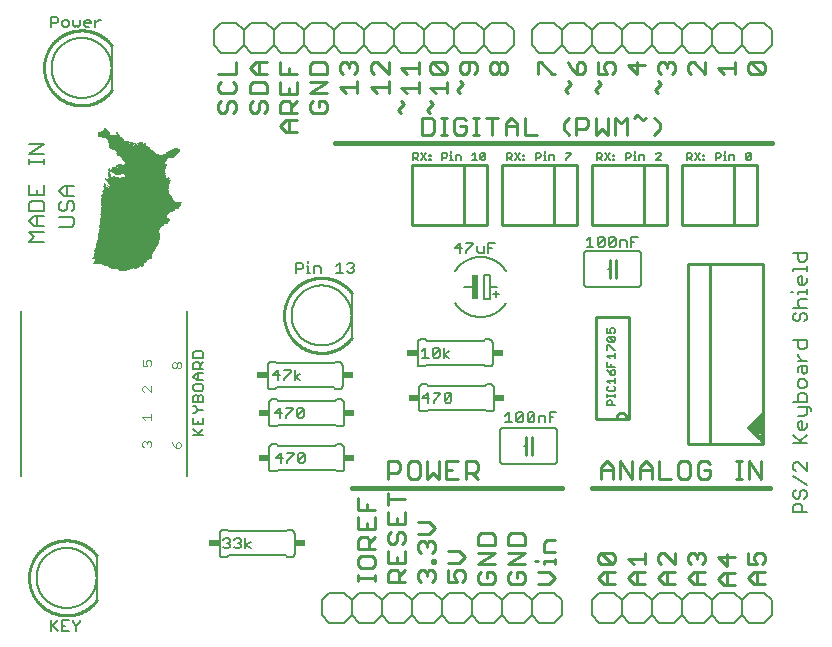
<source format=gto>
G75*
%MOIN*%
%OFA0B0*%
%FSLAX25Y25*%
%IPPOS*%
%LPD*%
%AMOC8*
5,1,8,0,0,1.08239X$1,22.5*
%
%ADD10C,0.00600*%
%ADD11C,0.00700*%
%ADD12C,0.01100*%
%ADD13C,0.01600*%
%ADD14C,0.01000*%
%ADD15C,0.01400*%
%ADD16C,0.00500*%
%ADD17R,0.00500X0.00100*%
%ADD18R,0.00800X0.00100*%
%ADD19R,0.00700X0.00100*%
%ADD20R,0.02500X0.00100*%
%ADD21R,0.02800X0.00100*%
%ADD22R,0.03200X0.00100*%
%ADD23R,0.04100X0.00100*%
%ADD24R,0.00400X0.00100*%
%ADD25R,0.04800X0.00100*%
%ADD26R,0.00100X0.00100*%
%ADD27R,0.07000X0.00100*%
%ADD28R,0.07400X0.00100*%
%ADD29R,0.07500X0.00100*%
%ADD30R,0.00600X0.00100*%
%ADD31R,0.07800X0.00100*%
%ADD32R,0.01000X0.00100*%
%ADD33R,0.09300X0.00100*%
%ADD34R,0.09700X0.00100*%
%ADD35R,0.10100X0.00100*%
%ADD36R,0.10600X0.00100*%
%ADD37R,0.00200X0.00100*%
%ADD38R,0.10900X0.00100*%
%ADD39R,0.12100X0.00100*%
%ADD40R,0.12400X0.00100*%
%ADD41R,0.12700X0.00100*%
%ADD42R,0.13000X0.00100*%
%ADD43R,0.13200X0.00100*%
%ADD44R,0.13600X0.00100*%
%ADD45R,0.13900X0.00100*%
%ADD46R,0.00300X0.00100*%
%ADD47R,0.14100X0.00100*%
%ADD48R,0.01400X0.00100*%
%ADD49R,0.14200X0.00100*%
%ADD50R,0.17000X0.00100*%
%ADD51R,0.17100X0.00100*%
%ADD52R,0.16900X0.00100*%
%ADD53R,0.17300X0.00100*%
%ADD54R,0.17200X0.00100*%
%ADD55R,0.17400X0.00100*%
%ADD56R,0.17500X0.00100*%
%ADD57R,0.17600X0.00100*%
%ADD58R,0.17800X0.00100*%
%ADD59R,0.18000X0.00100*%
%ADD60R,0.18400X0.00100*%
%ADD61R,0.19600X0.00100*%
%ADD62R,0.19500X0.00100*%
%ADD63R,0.19400X0.00100*%
%ADD64R,0.19300X0.00100*%
%ADD65R,0.19700X0.00100*%
%ADD66R,0.19800X0.00100*%
%ADD67R,0.19900X0.00100*%
%ADD68R,0.20000X0.00100*%
%ADD69R,0.20100X0.00100*%
%ADD70R,0.20200X0.00100*%
%ADD71R,0.20300X0.00100*%
%ADD72R,0.20400X0.00100*%
%ADD73R,0.20500X0.00100*%
%ADD74R,0.20600X0.00100*%
%ADD75R,0.20700X0.00100*%
%ADD76R,0.20800X0.00100*%
%ADD77R,0.20900X0.00100*%
%ADD78R,0.21000X0.00100*%
%ADD79R,0.21100X0.00100*%
%ADD80R,0.21200X0.00100*%
%ADD81R,0.21300X0.00100*%
%ADD82R,0.21600X0.00100*%
%ADD83R,0.21800X0.00100*%
%ADD84R,0.22400X0.00100*%
%ADD85R,0.22500X0.00100*%
%ADD86R,0.22700X0.00100*%
%ADD87R,0.22800X0.00100*%
%ADD88R,0.22900X0.00100*%
%ADD89R,0.23000X0.00100*%
%ADD90R,0.23100X0.00100*%
%ADD91R,0.23200X0.00100*%
%ADD92R,0.22600X0.00100*%
%ADD93R,0.22300X0.00100*%
%ADD94R,0.22100X0.00100*%
%ADD95R,0.22200X0.00100*%
%ADD96R,0.23300X0.00100*%
%ADD97R,0.23600X0.00100*%
%ADD98R,0.23800X0.00100*%
%ADD99R,0.24000X0.00100*%
%ADD100R,0.24100X0.00100*%
%ADD101R,0.24200X0.00100*%
%ADD102R,0.24400X0.00100*%
%ADD103R,0.24500X0.00100*%
%ADD104R,0.24600X0.00100*%
%ADD105R,0.24700X0.00100*%
%ADD106R,0.24800X0.00100*%
%ADD107R,0.25500X0.00100*%
%ADD108R,0.25600X0.00100*%
%ADD109R,0.25900X0.00100*%
%ADD110R,0.26100X0.00100*%
%ADD111R,0.26200X0.00100*%
%ADD112R,0.26300X0.00100*%
%ADD113R,0.26400X0.00100*%
%ADD114R,0.26500X0.00100*%
%ADD115R,0.26600X0.00100*%
%ADD116R,0.25400X0.00100*%
%ADD117R,0.01100X0.00100*%
%ADD118R,0.25000X0.00100*%
%ADD119R,0.24300X0.00100*%
%ADD120R,0.23900X0.00100*%
%ADD121R,0.23700X0.00100*%
%ADD122R,0.23500X0.00100*%
%ADD123R,0.23400X0.00100*%
%ADD124R,0.21900X0.00100*%
%ADD125R,0.21700X0.00100*%
%ADD126R,0.21500X0.00100*%
%ADD127R,0.01600X0.00100*%
%ADD128R,0.01200X0.00100*%
%ADD129R,0.00900X0.00100*%
%ADD130R,0.16600X0.00100*%
%ADD131R,0.02300X0.00100*%
%ADD132R,0.01900X0.00100*%
%ADD133R,0.16700X0.00100*%
%ADD134R,0.01700X0.00100*%
%ADD135R,0.01500X0.00100*%
%ADD136R,0.14700X0.00100*%
%ADD137R,0.01300X0.00100*%
%ADD138R,0.13500X0.00100*%
%ADD139R,0.13300X0.00100*%
%ADD140R,0.13100X0.00100*%
%ADD141R,0.13400X0.00100*%
%ADD142R,0.02200X0.00100*%
%ADD143R,0.14000X0.00100*%
%ADD144R,0.14400X0.00100*%
%ADD145R,0.17900X0.00100*%
%ADD146R,0.17700X0.00100*%
%ADD147R,0.15700X0.00100*%
%ADD148R,0.15800X0.00100*%
%ADD149R,0.16000X0.00100*%
%ADD150R,0.16200X0.00100*%
%ADD151R,0.16500X0.00100*%
%ADD152R,0.02600X0.00100*%
%ADD153R,0.02400X0.00100*%
%ADD154R,0.02000X0.00100*%
%ADD155R,0.13800X0.00100*%
%ADD156R,0.13700X0.00100*%
%ADD157R,0.14600X0.00100*%
%ADD158R,0.14800X0.00100*%
%ADD159R,0.15000X0.00100*%
%ADD160R,0.15100X0.00100*%
%ADD161R,0.15400X0.00100*%
%ADD162R,0.15600X0.00100*%
%ADD163R,0.18300X0.00100*%
%ADD164R,0.18600X0.00100*%
%ADD165R,0.18900X0.00100*%
%ADD166R,0.14300X0.00100*%
%ADD167R,0.05000X0.00100*%
%ADD168R,0.04600X0.00100*%
%ADD169R,0.04200X0.00100*%
%ADD170R,0.04000X0.00100*%
%ADD171R,0.12800X0.00100*%
%ADD172R,0.03800X0.00100*%
%ADD173R,0.03700X0.00100*%
%ADD174R,0.12600X0.00100*%
%ADD175R,0.12500X0.00100*%
%ADD176R,0.03600X0.00100*%
%ADD177R,0.03900X0.00100*%
%ADD178R,0.12300X0.00100*%
%ADD179R,0.03500X0.00100*%
%ADD180R,0.12200X0.00100*%
%ADD181R,0.03300X0.00100*%
%ADD182R,0.03100X0.00100*%
%ADD183R,0.02900X0.00100*%
%ADD184R,0.11900X0.00100*%
%ADD185R,0.02700X0.00100*%
%ADD186R,0.11700X0.00100*%
%ADD187R,0.11600X0.00100*%
%ADD188R,0.08000X0.00100*%
%ADD189R,0.08100X0.00100*%
%ADD190R,0.06800X0.00100*%
%ADD191R,0.04900X0.00100*%
%ADD192R,0.06700X0.00100*%
%ADD193R,0.04700X0.00100*%
%ADD194R,0.03000X0.00100*%
%ADD195R,0.08200X0.00100*%
%ADD196R,0.02100X0.00100*%
%ADD197R,0.01800X0.00100*%
%ADD198R,0.06900X0.00100*%
%ADD199R,0.07300X0.00100*%
%ADD200R,0.07200X0.00100*%
%ADD201R,0.05400X0.00100*%
%ADD202R,0.05300X0.00100*%
%ADD203R,0.07100X0.00100*%
%ADD204R,0.05100X0.00100*%
%ADD205R,0.04400X0.00100*%
%ADD206R,0.04300X0.00100*%
%ADD207R,0.02000X0.08000*%
%ADD208C,0.00800*%
%ADD209C,0.00300*%
%ADD210R,0.03400X0.02400*%
D10*
X0042221Y0004100D02*
X0042221Y0007503D01*
X0042789Y0005801D02*
X0044490Y0004100D01*
X0045905Y0004100D02*
X0048173Y0004100D01*
X0047039Y0005801D02*
X0045905Y0005801D01*
X0045905Y0004100D02*
X0045905Y0007503D01*
X0048173Y0007503D01*
X0049588Y0007503D02*
X0049588Y0006936D01*
X0050722Y0005801D01*
X0050722Y0004100D01*
X0050722Y0005801D02*
X0051856Y0006936D01*
X0051856Y0007503D01*
X0044490Y0007503D02*
X0042221Y0005234D01*
X0037421Y0021700D02*
X0037424Y0021945D01*
X0037433Y0022191D01*
X0037448Y0022436D01*
X0037469Y0022680D01*
X0037496Y0022924D01*
X0037529Y0023167D01*
X0037568Y0023410D01*
X0037613Y0023651D01*
X0037664Y0023891D01*
X0037721Y0024130D01*
X0037783Y0024367D01*
X0037852Y0024603D01*
X0037926Y0024837D01*
X0038006Y0025069D01*
X0038091Y0025299D01*
X0038182Y0025527D01*
X0038279Y0025752D01*
X0038381Y0025976D01*
X0038489Y0026196D01*
X0038602Y0026414D01*
X0038720Y0026629D01*
X0038844Y0026841D01*
X0038972Y0027050D01*
X0039106Y0027256D01*
X0039245Y0027458D01*
X0039389Y0027657D01*
X0039538Y0027852D01*
X0039691Y0028044D01*
X0039849Y0028232D01*
X0040011Y0028416D01*
X0040179Y0028595D01*
X0040350Y0028771D01*
X0040526Y0028942D01*
X0040705Y0029110D01*
X0040889Y0029272D01*
X0041077Y0029430D01*
X0041269Y0029583D01*
X0041464Y0029732D01*
X0041663Y0029876D01*
X0041865Y0030015D01*
X0042071Y0030149D01*
X0042280Y0030277D01*
X0042492Y0030401D01*
X0042707Y0030519D01*
X0042925Y0030632D01*
X0043145Y0030740D01*
X0043369Y0030842D01*
X0043594Y0030939D01*
X0043822Y0031030D01*
X0044052Y0031115D01*
X0044284Y0031195D01*
X0044518Y0031269D01*
X0044754Y0031338D01*
X0044991Y0031400D01*
X0045230Y0031457D01*
X0045470Y0031508D01*
X0045711Y0031553D01*
X0045954Y0031592D01*
X0046197Y0031625D01*
X0046441Y0031652D01*
X0046685Y0031673D01*
X0046930Y0031688D01*
X0047176Y0031697D01*
X0047421Y0031700D01*
X0047666Y0031697D01*
X0047912Y0031688D01*
X0048157Y0031673D01*
X0048401Y0031652D01*
X0048645Y0031625D01*
X0048888Y0031592D01*
X0049131Y0031553D01*
X0049372Y0031508D01*
X0049612Y0031457D01*
X0049851Y0031400D01*
X0050088Y0031338D01*
X0050324Y0031269D01*
X0050558Y0031195D01*
X0050790Y0031115D01*
X0051020Y0031030D01*
X0051248Y0030939D01*
X0051473Y0030842D01*
X0051697Y0030740D01*
X0051917Y0030632D01*
X0052135Y0030519D01*
X0052350Y0030401D01*
X0052562Y0030277D01*
X0052771Y0030149D01*
X0052977Y0030015D01*
X0053179Y0029876D01*
X0053378Y0029732D01*
X0053573Y0029583D01*
X0053765Y0029430D01*
X0053953Y0029272D01*
X0054137Y0029110D01*
X0054316Y0028942D01*
X0054492Y0028771D01*
X0054663Y0028595D01*
X0054831Y0028416D01*
X0054993Y0028232D01*
X0055151Y0028044D01*
X0055304Y0027852D01*
X0055453Y0027657D01*
X0055597Y0027458D01*
X0055736Y0027256D01*
X0055870Y0027050D01*
X0055998Y0026841D01*
X0056122Y0026629D01*
X0056240Y0026414D01*
X0056353Y0026196D01*
X0056461Y0025976D01*
X0056563Y0025752D01*
X0056660Y0025527D01*
X0056751Y0025299D01*
X0056836Y0025069D01*
X0056916Y0024837D01*
X0056990Y0024603D01*
X0057059Y0024367D01*
X0057121Y0024130D01*
X0057178Y0023891D01*
X0057229Y0023651D01*
X0057274Y0023410D01*
X0057313Y0023167D01*
X0057346Y0022924D01*
X0057373Y0022680D01*
X0057394Y0022436D01*
X0057409Y0022191D01*
X0057418Y0021945D01*
X0057421Y0021700D01*
X0057418Y0021455D01*
X0057409Y0021209D01*
X0057394Y0020964D01*
X0057373Y0020720D01*
X0057346Y0020476D01*
X0057313Y0020233D01*
X0057274Y0019990D01*
X0057229Y0019749D01*
X0057178Y0019509D01*
X0057121Y0019270D01*
X0057059Y0019033D01*
X0056990Y0018797D01*
X0056916Y0018563D01*
X0056836Y0018331D01*
X0056751Y0018101D01*
X0056660Y0017873D01*
X0056563Y0017648D01*
X0056461Y0017424D01*
X0056353Y0017204D01*
X0056240Y0016986D01*
X0056122Y0016771D01*
X0055998Y0016559D01*
X0055870Y0016350D01*
X0055736Y0016144D01*
X0055597Y0015942D01*
X0055453Y0015743D01*
X0055304Y0015548D01*
X0055151Y0015356D01*
X0054993Y0015168D01*
X0054831Y0014984D01*
X0054663Y0014805D01*
X0054492Y0014629D01*
X0054316Y0014458D01*
X0054137Y0014290D01*
X0053953Y0014128D01*
X0053765Y0013970D01*
X0053573Y0013817D01*
X0053378Y0013668D01*
X0053179Y0013524D01*
X0052977Y0013385D01*
X0052771Y0013251D01*
X0052562Y0013123D01*
X0052350Y0012999D01*
X0052135Y0012881D01*
X0051917Y0012768D01*
X0051697Y0012660D01*
X0051473Y0012558D01*
X0051248Y0012461D01*
X0051020Y0012370D01*
X0050790Y0012285D01*
X0050558Y0012205D01*
X0050324Y0012131D01*
X0050088Y0012062D01*
X0049851Y0012000D01*
X0049612Y0011943D01*
X0049372Y0011892D01*
X0049131Y0011847D01*
X0048888Y0011808D01*
X0048645Y0011775D01*
X0048401Y0011748D01*
X0048157Y0011727D01*
X0047912Y0011712D01*
X0047666Y0011703D01*
X0047421Y0011700D01*
X0047176Y0011703D01*
X0046930Y0011712D01*
X0046685Y0011727D01*
X0046441Y0011748D01*
X0046197Y0011775D01*
X0045954Y0011808D01*
X0045711Y0011847D01*
X0045470Y0011892D01*
X0045230Y0011943D01*
X0044991Y0012000D01*
X0044754Y0012062D01*
X0044518Y0012131D01*
X0044284Y0012205D01*
X0044052Y0012285D01*
X0043822Y0012370D01*
X0043594Y0012461D01*
X0043369Y0012558D01*
X0043145Y0012660D01*
X0042925Y0012768D01*
X0042707Y0012881D01*
X0042492Y0012999D01*
X0042280Y0013123D01*
X0042071Y0013251D01*
X0041865Y0013385D01*
X0041663Y0013524D01*
X0041464Y0013668D01*
X0041269Y0013817D01*
X0041077Y0013970D01*
X0040889Y0014128D01*
X0040705Y0014290D01*
X0040526Y0014458D01*
X0040350Y0014629D01*
X0040179Y0014805D01*
X0040011Y0014984D01*
X0039849Y0015168D01*
X0039691Y0015356D01*
X0039538Y0015548D01*
X0039389Y0015743D01*
X0039245Y0015942D01*
X0039106Y0016144D01*
X0038972Y0016350D01*
X0038844Y0016559D01*
X0038720Y0016771D01*
X0038602Y0016986D01*
X0038489Y0017204D01*
X0038381Y0017424D01*
X0038279Y0017648D01*
X0038182Y0017873D01*
X0038091Y0018101D01*
X0038006Y0018331D01*
X0037926Y0018563D01*
X0037852Y0018797D01*
X0037783Y0019033D01*
X0037721Y0019270D01*
X0037664Y0019509D01*
X0037613Y0019749D01*
X0037568Y0019990D01*
X0037529Y0020233D01*
X0037496Y0020476D01*
X0037469Y0020720D01*
X0037448Y0020964D01*
X0037433Y0021209D01*
X0037424Y0021455D01*
X0037421Y0021700D01*
X0098421Y0029700D02*
X0098421Y0036700D01*
X0098423Y0036760D01*
X0098428Y0036821D01*
X0098437Y0036880D01*
X0098450Y0036939D01*
X0098466Y0036998D01*
X0098486Y0037055D01*
X0098509Y0037110D01*
X0098536Y0037165D01*
X0098565Y0037217D01*
X0098598Y0037268D01*
X0098634Y0037317D01*
X0098672Y0037363D01*
X0098714Y0037407D01*
X0098758Y0037449D01*
X0098804Y0037487D01*
X0098853Y0037523D01*
X0098904Y0037556D01*
X0098956Y0037585D01*
X0099011Y0037612D01*
X0099066Y0037635D01*
X0099123Y0037655D01*
X0099182Y0037671D01*
X0099241Y0037684D01*
X0099300Y0037693D01*
X0099361Y0037698D01*
X0099421Y0037700D01*
X0100921Y0037700D01*
X0101421Y0037200D01*
X0120421Y0037200D01*
X0120921Y0037700D01*
X0122421Y0037700D01*
X0122481Y0037698D01*
X0122542Y0037693D01*
X0122601Y0037684D01*
X0122660Y0037671D01*
X0122719Y0037655D01*
X0122776Y0037635D01*
X0122831Y0037612D01*
X0122886Y0037585D01*
X0122938Y0037556D01*
X0122989Y0037523D01*
X0123038Y0037487D01*
X0123084Y0037449D01*
X0123128Y0037407D01*
X0123170Y0037363D01*
X0123208Y0037317D01*
X0123244Y0037268D01*
X0123277Y0037217D01*
X0123306Y0037165D01*
X0123333Y0037110D01*
X0123356Y0037055D01*
X0123376Y0036998D01*
X0123392Y0036939D01*
X0123405Y0036880D01*
X0123414Y0036821D01*
X0123419Y0036760D01*
X0123421Y0036700D01*
X0123421Y0029700D01*
X0123419Y0029640D01*
X0123414Y0029579D01*
X0123405Y0029520D01*
X0123392Y0029461D01*
X0123376Y0029402D01*
X0123356Y0029345D01*
X0123333Y0029290D01*
X0123306Y0029235D01*
X0123277Y0029183D01*
X0123244Y0029132D01*
X0123208Y0029083D01*
X0123170Y0029037D01*
X0123128Y0028993D01*
X0123084Y0028951D01*
X0123038Y0028913D01*
X0122989Y0028877D01*
X0122938Y0028844D01*
X0122886Y0028815D01*
X0122831Y0028788D01*
X0122776Y0028765D01*
X0122719Y0028745D01*
X0122660Y0028729D01*
X0122601Y0028716D01*
X0122542Y0028707D01*
X0122481Y0028702D01*
X0122421Y0028700D01*
X0120921Y0028700D01*
X0120421Y0029200D01*
X0101421Y0029200D01*
X0100921Y0028700D01*
X0099421Y0028700D01*
X0099361Y0028702D01*
X0099300Y0028707D01*
X0099241Y0028716D01*
X0099182Y0028729D01*
X0099123Y0028745D01*
X0099066Y0028765D01*
X0099011Y0028788D01*
X0098956Y0028815D01*
X0098904Y0028844D01*
X0098853Y0028877D01*
X0098804Y0028913D01*
X0098758Y0028951D01*
X0098714Y0028993D01*
X0098672Y0029037D01*
X0098634Y0029083D01*
X0098598Y0029132D01*
X0098565Y0029183D01*
X0098536Y0029235D01*
X0098509Y0029290D01*
X0098486Y0029345D01*
X0098466Y0029402D01*
X0098450Y0029461D01*
X0098437Y0029520D01*
X0098428Y0029579D01*
X0098423Y0029640D01*
X0098421Y0029700D01*
X0100253Y0031500D02*
X0099686Y0032067D01*
X0100253Y0031500D02*
X0101387Y0031500D01*
X0101955Y0032067D01*
X0101955Y0032634D01*
X0101387Y0033201D01*
X0100820Y0033201D01*
X0101387Y0033201D02*
X0101955Y0033769D01*
X0101955Y0034336D01*
X0101387Y0034903D01*
X0100253Y0034903D01*
X0099686Y0034336D01*
X0103369Y0034336D02*
X0103936Y0034903D01*
X0105071Y0034903D01*
X0105638Y0034336D01*
X0105638Y0033769D01*
X0105071Y0033201D01*
X0105638Y0032634D01*
X0105638Y0032067D01*
X0105071Y0031500D01*
X0103936Y0031500D01*
X0103369Y0032067D01*
X0104503Y0033201D02*
X0105071Y0033201D01*
X0107052Y0032634D02*
X0108754Y0033769D01*
X0107052Y0034903D02*
X0107052Y0031500D01*
X0107052Y0032634D02*
X0108754Y0031500D01*
X0132421Y0014200D02*
X0134921Y0016700D01*
X0139921Y0016700D01*
X0142421Y0014200D01*
X0144921Y0016700D01*
X0149921Y0016700D01*
X0152421Y0014200D01*
X0152421Y0009200D01*
X0149921Y0006700D01*
X0144921Y0006700D01*
X0142421Y0009200D01*
X0139921Y0006700D01*
X0134921Y0006700D01*
X0132421Y0009200D01*
X0132421Y0014200D01*
X0142421Y0014200D02*
X0142421Y0009200D01*
X0152421Y0009200D02*
X0154921Y0006700D01*
X0159921Y0006700D01*
X0162421Y0009200D01*
X0164921Y0006700D01*
X0169921Y0006700D01*
X0172421Y0009200D01*
X0174921Y0006700D01*
X0179921Y0006700D01*
X0182421Y0009200D01*
X0182421Y0014200D01*
X0179921Y0016700D01*
X0174921Y0016700D01*
X0172421Y0014200D01*
X0172421Y0009200D01*
X0172421Y0014200D02*
X0169921Y0016700D01*
X0164921Y0016700D01*
X0162421Y0014200D01*
X0162421Y0009200D01*
X0162421Y0014200D02*
X0159921Y0016700D01*
X0154921Y0016700D01*
X0152421Y0014200D01*
X0182421Y0014200D02*
X0184921Y0016700D01*
X0189921Y0016700D01*
X0192421Y0014200D01*
X0194921Y0016700D01*
X0199921Y0016700D01*
X0202421Y0014200D01*
X0204921Y0016700D01*
X0209921Y0016700D01*
X0212421Y0014200D01*
X0212421Y0009200D01*
X0209921Y0006700D01*
X0204921Y0006700D01*
X0202421Y0009200D01*
X0199921Y0006700D01*
X0194921Y0006700D01*
X0192421Y0009200D01*
X0189921Y0006700D01*
X0184921Y0006700D01*
X0182421Y0009200D01*
X0192421Y0009200D02*
X0192421Y0014200D01*
X0202421Y0014200D02*
X0202421Y0009200D01*
X0222421Y0009200D02*
X0224921Y0006700D01*
X0229921Y0006700D01*
X0232421Y0009200D01*
X0234921Y0006700D01*
X0239921Y0006700D01*
X0242421Y0009200D01*
X0242421Y0014200D01*
X0239921Y0016700D01*
X0234921Y0016700D01*
X0232421Y0014200D01*
X0232421Y0009200D01*
X0232421Y0014200D02*
X0229921Y0016700D01*
X0224921Y0016700D01*
X0222421Y0014200D01*
X0222421Y0009200D01*
X0242421Y0009200D02*
X0244921Y0006700D01*
X0249921Y0006700D01*
X0252421Y0009200D01*
X0254921Y0006700D01*
X0259921Y0006700D01*
X0262421Y0009200D01*
X0264921Y0006700D01*
X0269921Y0006700D01*
X0272421Y0009200D01*
X0274921Y0006700D01*
X0279921Y0006700D01*
X0282421Y0009200D01*
X0282421Y0014200D01*
X0279921Y0016700D01*
X0274921Y0016700D01*
X0272421Y0014200D01*
X0272421Y0009200D01*
X0272421Y0014200D02*
X0269921Y0016700D01*
X0264921Y0016700D01*
X0262421Y0014200D01*
X0262421Y0009200D01*
X0262421Y0014200D02*
X0259921Y0016700D01*
X0254921Y0016700D01*
X0252421Y0014200D01*
X0252421Y0009200D01*
X0252421Y0014200D02*
X0249921Y0016700D01*
X0244921Y0016700D01*
X0242421Y0014200D01*
X0289718Y0043500D02*
X0289718Y0045702D01*
X0290452Y0046436D01*
X0291920Y0046436D01*
X0292654Y0045702D01*
X0292654Y0043500D01*
X0294121Y0043500D02*
X0289718Y0043500D01*
X0290452Y0048104D02*
X0289718Y0048838D01*
X0289718Y0050306D01*
X0290452Y0051040D01*
X0291920Y0050306D02*
X0292654Y0051040D01*
X0293388Y0051040D01*
X0294121Y0050306D01*
X0294121Y0048838D01*
X0293388Y0048104D01*
X0291920Y0048838D02*
X0291920Y0050306D01*
X0291920Y0048838D02*
X0291186Y0048104D01*
X0290452Y0048104D01*
X0294121Y0052708D02*
X0289718Y0055644D01*
X0290452Y0057312D02*
X0289718Y0058046D01*
X0289718Y0059514D01*
X0290452Y0060248D01*
X0291186Y0060248D01*
X0294121Y0057312D01*
X0294121Y0060248D01*
X0294121Y0066520D02*
X0289718Y0066520D01*
X0291920Y0067254D02*
X0294121Y0069455D01*
X0293388Y0071124D02*
X0291920Y0071124D01*
X0291186Y0071858D01*
X0291186Y0073325D01*
X0291920Y0074059D01*
X0292654Y0074059D01*
X0292654Y0071124D01*
X0293388Y0071124D02*
X0294121Y0071858D01*
X0294121Y0073325D01*
X0293388Y0075727D02*
X0291186Y0075727D01*
X0293388Y0075727D02*
X0294121Y0076461D01*
X0294121Y0078663D01*
X0294855Y0078663D02*
X0295589Y0077929D01*
X0295589Y0077195D01*
X0294855Y0078663D02*
X0291186Y0078663D01*
X0291186Y0080331D02*
X0291186Y0082533D01*
X0291920Y0083267D01*
X0293388Y0083267D01*
X0294121Y0082533D01*
X0294121Y0080331D01*
X0289718Y0080331D01*
X0291920Y0084935D02*
X0293388Y0084935D01*
X0294121Y0085669D01*
X0294121Y0087137D01*
X0293388Y0087871D01*
X0291920Y0087871D01*
X0291186Y0087137D01*
X0291186Y0085669D01*
X0291920Y0084935D01*
X0293388Y0089539D02*
X0292654Y0090273D01*
X0292654Y0092475D01*
X0291920Y0092475D02*
X0294121Y0092475D01*
X0294121Y0090273D01*
X0293388Y0089539D01*
X0291186Y0090273D02*
X0291186Y0091741D01*
X0291920Y0092475D01*
X0292654Y0094143D02*
X0291186Y0095611D01*
X0291186Y0096345D01*
X0291920Y0097980D02*
X0291186Y0098714D01*
X0291186Y0100916D01*
X0289718Y0100916D02*
X0294121Y0100916D01*
X0294121Y0098714D01*
X0293388Y0097980D01*
X0291920Y0097980D01*
X0291186Y0094143D02*
X0294121Y0094143D01*
X0293388Y0107188D02*
X0294121Y0107922D01*
X0294121Y0109389D01*
X0293388Y0110123D01*
X0292654Y0110123D01*
X0291920Y0109389D01*
X0291920Y0107922D01*
X0291186Y0107188D01*
X0290452Y0107188D01*
X0289718Y0107922D01*
X0289718Y0109389D01*
X0290452Y0110123D01*
X0289718Y0111792D02*
X0294121Y0111792D01*
X0291920Y0111792D02*
X0291186Y0112526D01*
X0291186Y0113993D01*
X0291920Y0114727D01*
X0294121Y0114727D01*
X0294121Y0116395D02*
X0294121Y0117863D01*
X0294121Y0117129D02*
X0291186Y0117129D01*
X0291186Y0116395D01*
X0289718Y0117129D02*
X0288984Y0117129D01*
X0291920Y0119465D02*
X0291186Y0120199D01*
X0291186Y0121667D01*
X0291920Y0122401D01*
X0292654Y0122401D01*
X0292654Y0119465D01*
X0293388Y0119465D02*
X0291920Y0119465D01*
X0293388Y0119465D02*
X0294121Y0120199D01*
X0294121Y0121667D01*
X0294121Y0124069D02*
X0294121Y0125537D01*
X0294121Y0124803D02*
X0289718Y0124803D01*
X0289718Y0124069D01*
X0291920Y0127138D02*
X0291186Y0127872D01*
X0291186Y0130074D01*
X0289718Y0130074D02*
X0294121Y0130074D01*
X0294121Y0127872D01*
X0293388Y0127138D01*
X0291920Y0127138D01*
X0238921Y0129700D02*
X0238921Y0119700D01*
X0238919Y0119640D01*
X0238914Y0119579D01*
X0238905Y0119520D01*
X0238892Y0119461D01*
X0238876Y0119402D01*
X0238856Y0119345D01*
X0238833Y0119290D01*
X0238806Y0119235D01*
X0238777Y0119183D01*
X0238744Y0119132D01*
X0238708Y0119083D01*
X0238670Y0119037D01*
X0238628Y0118993D01*
X0238584Y0118951D01*
X0238538Y0118913D01*
X0238489Y0118877D01*
X0238438Y0118844D01*
X0238386Y0118815D01*
X0238331Y0118788D01*
X0238276Y0118765D01*
X0238219Y0118745D01*
X0238160Y0118729D01*
X0238101Y0118716D01*
X0238042Y0118707D01*
X0237981Y0118702D01*
X0237921Y0118700D01*
X0220921Y0118700D01*
X0220861Y0118702D01*
X0220800Y0118707D01*
X0220741Y0118716D01*
X0220682Y0118729D01*
X0220623Y0118745D01*
X0220566Y0118765D01*
X0220511Y0118788D01*
X0220456Y0118815D01*
X0220404Y0118844D01*
X0220353Y0118877D01*
X0220304Y0118913D01*
X0220258Y0118951D01*
X0220214Y0118993D01*
X0220172Y0119037D01*
X0220134Y0119083D01*
X0220098Y0119132D01*
X0220065Y0119183D01*
X0220036Y0119235D01*
X0220009Y0119290D01*
X0219986Y0119345D01*
X0219966Y0119402D01*
X0219950Y0119461D01*
X0219937Y0119520D01*
X0219928Y0119579D01*
X0219923Y0119640D01*
X0219921Y0119700D01*
X0219921Y0129700D01*
X0219923Y0129760D01*
X0219928Y0129821D01*
X0219937Y0129880D01*
X0219950Y0129939D01*
X0219966Y0129998D01*
X0219986Y0130055D01*
X0220009Y0130110D01*
X0220036Y0130165D01*
X0220065Y0130217D01*
X0220098Y0130268D01*
X0220134Y0130317D01*
X0220172Y0130363D01*
X0220214Y0130407D01*
X0220258Y0130449D01*
X0220304Y0130487D01*
X0220353Y0130523D01*
X0220404Y0130556D01*
X0220456Y0130585D01*
X0220511Y0130612D01*
X0220566Y0130635D01*
X0220623Y0130655D01*
X0220682Y0130671D01*
X0220741Y0130684D01*
X0220800Y0130693D01*
X0220861Y0130698D01*
X0220921Y0130700D01*
X0237921Y0130700D01*
X0237981Y0130698D01*
X0238042Y0130693D01*
X0238101Y0130684D01*
X0238160Y0130671D01*
X0238219Y0130655D01*
X0238276Y0130635D01*
X0238331Y0130612D01*
X0238386Y0130585D01*
X0238438Y0130556D01*
X0238489Y0130523D01*
X0238538Y0130487D01*
X0238584Y0130449D01*
X0238628Y0130407D01*
X0238670Y0130363D01*
X0238708Y0130317D01*
X0238744Y0130268D01*
X0238777Y0130217D01*
X0238806Y0130165D01*
X0238833Y0130110D01*
X0238856Y0130055D01*
X0238876Y0129998D01*
X0238892Y0129939D01*
X0238905Y0129880D01*
X0238914Y0129821D01*
X0238919Y0129760D01*
X0238921Y0129700D01*
X0235538Y0132000D02*
X0235538Y0135403D01*
X0237807Y0135403D01*
X0236673Y0133701D02*
X0235538Y0133701D01*
X0234124Y0133701D02*
X0234124Y0132000D01*
X0234124Y0133701D02*
X0233557Y0134269D01*
X0231855Y0134269D01*
X0231855Y0132000D01*
X0230441Y0132567D02*
X0229873Y0132000D01*
X0228739Y0132000D01*
X0228172Y0132567D01*
X0230441Y0134836D01*
X0230441Y0132567D01*
X0230441Y0134836D02*
X0229873Y0135403D01*
X0228739Y0135403D01*
X0228172Y0134836D01*
X0228172Y0132567D01*
X0226758Y0132567D02*
X0226758Y0134836D01*
X0224489Y0132567D01*
X0225056Y0132000D01*
X0226190Y0132000D01*
X0226758Y0132567D01*
X0226758Y0134836D02*
X0226190Y0135403D01*
X0225056Y0135403D01*
X0224489Y0134836D01*
X0224489Y0132567D01*
X0223074Y0132000D02*
X0220806Y0132000D01*
X0221940Y0132000D02*
X0221940Y0135403D01*
X0220806Y0134269D01*
X0227921Y0124700D02*
X0228421Y0124700D01*
X0230421Y0124700D02*
X0230921Y0124700D01*
X0191421Y0116200D02*
X0189421Y0116200D01*
X0190421Y0117200D02*
X0190421Y0115200D01*
X0188421Y0114700D02*
X0188421Y0118700D01*
X0188421Y0122700D01*
X0186421Y0122700D01*
X0186421Y0114700D01*
X0188421Y0114700D01*
X0188421Y0118700D02*
X0190921Y0118700D01*
X0193908Y0123988D02*
X0193777Y0124194D01*
X0193640Y0124396D01*
X0193498Y0124595D01*
X0193352Y0124791D01*
X0193201Y0124983D01*
X0193045Y0125171D01*
X0192885Y0125355D01*
X0192720Y0125535D01*
X0192551Y0125712D01*
X0192378Y0125884D01*
X0192200Y0126051D01*
X0192019Y0126215D01*
X0191833Y0126374D01*
X0191644Y0126528D01*
X0191451Y0126678D01*
X0191254Y0126823D01*
X0191054Y0126963D01*
X0190851Y0127098D01*
X0190644Y0127228D01*
X0190434Y0127353D01*
X0190221Y0127473D01*
X0190006Y0127587D01*
X0189787Y0127696D01*
X0189566Y0127800D01*
X0189343Y0127899D01*
X0189117Y0127992D01*
X0188889Y0128079D01*
X0188659Y0128161D01*
X0188427Y0128238D01*
X0188193Y0128308D01*
X0187957Y0128373D01*
X0187720Y0128432D01*
X0187482Y0128485D01*
X0187243Y0128533D01*
X0187002Y0128574D01*
X0186760Y0128610D01*
X0186518Y0128640D01*
X0186275Y0128663D01*
X0186031Y0128681D01*
X0185787Y0128693D01*
X0185543Y0128699D01*
X0185299Y0128699D01*
X0185055Y0128693D01*
X0184811Y0128681D01*
X0184567Y0128663D01*
X0184324Y0128640D01*
X0184082Y0128610D01*
X0183840Y0128574D01*
X0183599Y0128533D01*
X0183360Y0128485D01*
X0183122Y0128432D01*
X0182885Y0128373D01*
X0182649Y0128308D01*
X0182415Y0128238D01*
X0182183Y0128161D01*
X0181953Y0128079D01*
X0181725Y0127992D01*
X0181499Y0127899D01*
X0181276Y0127800D01*
X0181055Y0127696D01*
X0180836Y0127587D01*
X0180621Y0127473D01*
X0180408Y0127353D01*
X0180198Y0127228D01*
X0179991Y0127098D01*
X0179788Y0126963D01*
X0179588Y0126823D01*
X0179391Y0126678D01*
X0179198Y0126528D01*
X0179009Y0126374D01*
X0178823Y0126215D01*
X0178642Y0126051D01*
X0178464Y0125884D01*
X0178291Y0125712D01*
X0178122Y0125535D01*
X0177957Y0125355D01*
X0177797Y0125171D01*
X0177641Y0124983D01*
X0177490Y0124791D01*
X0177344Y0124595D01*
X0177202Y0124396D01*
X0177065Y0124194D01*
X0176934Y0123988D01*
X0178690Y0130000D02*
X0178690Y0133403D01*
X0176989Y0131701D01*
X0179258Y0131701D01*
X0180672Y0130567D02*
X0180672Y0130000D01*
X0180672Y0130567D02*
X0182941Y0132836D01*
X0182941Y0133403D01*
X0180672Y0133403D01*
X0184355Y0132269D02*
X0184355Y0130567D01*
X0184922Y0130000D01*
X0186624Y0130000D01*
X0186624Y0132269D01*
X0188038Y0131701D02*
X0189173Y0131701D01*
X0188038Y0130000D02*
X0188038Y0133403D01*
X0190307Y0133403D01*
X0193908Y0113412D02*
X0193777Y0113206D01*
X0193640Y0113004D01*
X0193498Y0112805D01*
X0193352Y0112609D01*
X0193201Y0112417D01*
X0193045Y0112229D01*
X0192885Y0112045D01*
X0192720Y0111865D01*
X0192551Y0111688D01*
X0192378Y0111516D01*
X0192200Y0111349D01*
X0192019Y0111185D01*
X0191833Y0111026D01*
X0191644Y0110872D01*
X0191451Y0110722D01*
X0191254Y0110577D01*
X0191054Y0110437D01*
X0190851Y0110302D01*
X0190644Y0110172D01*
X0190434Y0110047D01*
X0190221Y0109927D01*
X0190006Y0109813D01*
X0189787Y0109704D01*
X0189566Y0109600D01*
X0189343Y0109501D01*
X0189117Y0109408D01*
X0188889Y0109321D01*
X0188659Y0109239D01*
X0188427Y0109162D01*
X0188193Y0109092D01*
X0187957Y0109027D01*
X0187720Y0108968D01*
X0187482Y0108915D01*
X0187243Y0108867D01*
X0187002Y0108826D01*
X0186760Y0108790D01*
X0186518Y0108760D01*
X0186275Y0108737D01*
X0186031Y0108719D01*
X0185787Y0108707D01*
X0185543Y0108701D01*
X0185299Y0108701D01*
X0185055Y0108707D01*
X0184811Y0108719D01*
X0184567Y0108737D01*
X0184324Y0108760D01*
X0184082Y0108790D01*
X0183840Y0108826D01*
X0183599Y0108867D01*
X0183360Y0108915D01*
X0183122Y0108968D01*
X0182885Y0109027D01*
X0182649Y0109092D01*
X0182415Y0109162D01*
X0182183Y0109239D01*
X0181953Y0109321D01*
X0181725Y0109408D01*
X0181499Y0109501D01*
X0181276Y0109600D01*
X0181055Y0109704D01*
X0180836Y0109813D01*
X0180621Y0109927D01*
X0180408Y0110047D01*
X0180198Y0110172D01*
X0179991Y0110302D01*
X0179788Y0110437D01*
X0179588Y0110577D01*
X0179391Y0110722D01*
X0179198Y0110872D01*
X0179009Y0111026D01*
X0178823Y0111185D01*
X0178642Y0111349D01*
X0178464Y0111516D01*
X0178291Y0111688D01*
X0178122Y0111865D01*
X0177957Y0112045D01*
X0177797Y0112229D01*
X0177641Y0112417D01*
X0177490Y0112609D01*
X0177344Y0112805D01*
X0177202Y0113004D01*
X0177065Y0113206D01*
X0176934Y0113412D01*
X0179921Y0118700D02*
X0182921Y0118700D01*
X0186921Y0101200D02*
X0188421Y0101200D01*
X0188481Y0101198D01*
X0188542Y0101193D01*
X0188601Y0101184D01*
X0188660Y0101171D01*
X0188719Y0101155D01*
X0188776Y0101135D01*
X0188831Y0101112D01*
X0188886Y0101085D01*
X0188938Y0101056D01*
X0188989Y0101023D01*
X0189038Y0100987D01*
X0189084Y0100949D01*
X0189128Y0100907D01*
X0189170Y0100863D01*
X0189208Y0100817D01*
X0189244Y0100768D01*
X0189277Y0100717D01*
X0189306Y0100665D01*
X0189333Y0100610D01*
X0189356Y0100555D01*
X0189376Y0100498D01*
X0189392Y0100439D01*
X0189405Y0100380D01*
X0189414Y0100321D01*
X0189419Y0100260D01*
X0189421Y0100200D01*
X0189421Y0093200D01*
X0189419Y0093140D01*
X0189414Y0093079D01*
X0189405Y0093020D01*
X0189392Y0092961D01*
X0189376Y0092902D01*
X0189356Y0092845D01*
X0189333Y0092790D01*
X0189306Y0092735D01*
X0189277Y0092683D01*
X0189244Y0092632D01*
X0189208Y0092583D01*
X0189170Y0092537D01*
X0189128Y0092493D01*
X0189084Y0092451D01*
X0189038Y0092413D01*
X0188989Y0092377D01*
X0188938Y0092344D01*
X0188886Y0092315D01*
X0188831Y0092288D01*
X0188776Y0092265D01*
X0188719Y0092245D01*
X0188660Y0092229D01*
X0188601Y0092216D01*
X0188542Y0092207D01*
X0188481Y0092202D01*
X0188421Y0092200D01*
X0186921Y0092200D01*
X0186421Y0092700D01*
X0167421Y0092700D01*
X0166921Y0092200D01*
X0165421Y0092200D01*
X0165361Y0092202D01*
X0165300Y0092207D01*
X0165241Y0092216D01*
X0165182Y0092229D01*
X0165123Y0092245D01*
X0165066Y0092265D01*
X0165011Y0092288D01*
X0164956Y0092315D01*
X0164904Y0092344D01*
X0164853Y0092377D01*
X0164804Y0092413D01*
X0164758Y0092451D01*
X0164714Y0092493D01*
X0164672Y0092537D01*
X0164634Y0092583D01*
X0164598Y0092632D01*
X0164565Y0092683D01*
X0164536Y0092735D01*
X0164509Y0092790D01*
X0164486Y0092845D01*
X0164466Y0092902D01*
X0164450Y0092961D01*
X0164437Y0093020D01*
X0164428Y0093079D01*
X0164423Y0093140D01*
X0164421Y0093200D01*
X0164421Y0100200D01*
X0164423Y0100260D01*
X0164428Y0100321D01*
X0164437Y0100380D01*
X0164450Y0100439D01*
X0164466Y0100498D01*
X0164486Y0100555D01*
X0164509Y0100610D01*
X0164536Y0100665D01*
X0164565Y0100717D01*
X0164598Y0100768D01*
X0164634Y0100817D01*
X0164672Y0100863D01*
X0164714Y0100907D01*
X0164758Y0100949D01*
X0164804Y0100987D01*
X0164853Y0101023D01*
X0164904Y0101056D01*
X0164956Y0101085D01*
X0165011Y0101112D01*
X0165066Y0101135D01*
X0165123Y0101155D01*
X0165182Y0101171D01*
X0165241Y0101184D01*
X0165300Y0101193D01*
X0165361Y0101198D01*
X0165421Y0101200D01*
X0166921Y0101200D01*
X0167421Y0100700D01*
X0186421Y0100700D01*
X0186921Y0101200D01*
X0174889Y0097269D02*
X0173188Y0096134D01*
X0174889Y0095000D01*
X0173188Y0095000D02*
X0173188Y0098403D01*
X0171773Y0097836D02*
X0171206Y0098403D01*
X0170072Y0098403D01*
X0169505Y0097836D01*
X0169505Y0095567D01*
X0171773Y0097836D01*
X0171773Y0095567D01*
X0171206Y0095000D01*
X0170072Y0095000D01*
X0169505Y0095567D01*
X0168090Y0095000D02*
X0165821Y0095000D01*
X0166956Y0095000D02*
X0166956Y0098403D01*
X0165821Y0097269D01*
X0165921Y0086200D02*
X0167421Y0086200D01*
X0167921Y0085700D01*
X0186921Y0085700D01*
X0187421Y0086200D01*
X0188921Y0086200D01*
X0188981Y0086198D01*
X0189042Y0086193D01*
X0189101Y0086184D01*
X0189160Y0086171D01*
X0189219Y0086155D01*
X0189276Y0086135D01*
X0189331Y0086112D01*
X0189386Y0086085D01*
X0189438Y0086056D01*
X0189489Y0086023D01*
X0189538Y0085987D01*
X0189584Y0085949D01*
X0189628Y0085907D01*
X0189670Y0085863D01*
X0189708Y0085817D01*
X0189744Y0085768D01*
X0189777Y0085717D01*
X0189806Y0085665D01*
X0189833Y0085610D01*
X0189856Y0085555D01*
X0189876Y0085498D01*
X0189892Y0085439D01*
X0189905Y0085380D01*
X0189914Y0085321D01*
X0189919Y0085260D01*
X0189921Y0085200D01*
X0189921Y0078200D01*
X0189919Y0078140D01*
X0189914Y0078079D01*
X0189905Y0078020D01*
X0189892Y0077961D01*
X0189876Y0077902D01*
X0189856Y0077845D01*
X0189833Y0077790D01*
X0189806Y0077735D01*
X0189777Y0077683D01*
X0189744Y0077632D01*
X0189708Y0077583D01*
X0189670Y0077537D01*
X0189628Y0077493D01*
X0189584Y0077451D01*
X0189538Y0077413D01*
X0189489Y0077377D01*
X0189438Y0077344D01*
X0189386Y0077315D01*
X0189331Y0077288D01*
X0189276Y0077265D01*
X0189219Y0077245D01*
X0189160Y0077229D01*
X0189101Y0077216D01*
X0189042Y0077207D01*
X0188981Y0077202D01*
X0188921Y0077200D01*
X0187421Y0077200D01*
X0186921Y0077700D01*
X0167921Y0077700D01*
X0167421Y0077200D01*
X0165921Y0077200D01*
X0165861Y0077202D01*
X0165800Y0077207D01*
X0165741Y0077216D01*
X0165682Y0077229D01*
X0165623Y0077245D01*
X0165566Y0077265D01*
X0165511Y0077288D01*
X0165456Y0077315D01*
X0165404Y0077344D01*
X0165353Y0077377D01*
X0165304Y0077413D01*
X0165258Y0077451D01*
X0165214Y0077493D01*
X0165172Y0077537D01*
X0165134Y0077583D01*
X0165098Y0077632D01*
X0165065Y0077683D01*
X0165036Y0077735D01*
X0165009Y0077790D01*
X0164986Y0077845D01*
X0164966Y0077902D01*
X0164950Y0077961D01*
X0164937Y0078020D01*
X0164928Y0078079D01*
X0164923Y0078140D01*
X0164921Y0078200D01*
X0164921Y0085200D01*
X0164923Y0085260D01*
X0164928Y0085321D01*
X0164937Y0085380D01*
X0164950Y0085439D01*
X0164966Y0085498D01*
X0164986Y0085555D01*
X0165009Y0085610D01*
X0165036Y0085665D01*
X0165065Y0085717D01*
X0165098Y0085768D01*
X0165134Y0085817D01*
X0165172Y0085863D01*
X0165214Y0085907D01*
X0165258Y0085949D01*
X0165304Y0085987D01*
X0165353Y0086023D01*
X0165404Y0086056D01*
X0165456Y0086085D01*
X0165511Y0086112D01*
X0165566Y0086135D01*
X0165623Y0086155D01*
X0165682Y0086171D01*
X0165741Y0086184D01*
X0165800Y0086193D01*
X0165861Y0086198D01*
X0165921Y0086200D01*
X0167774Y0083403D02*
X0166072Y0081701D01*
X0168341Y0081701D01*
X0167774Y0080000D02*
X0167774Y0083403D01*
X0169755Y0083403D02*
X0172024Y0083403D01*
X0172024Y0082836D01*
X0169755Y0080567D01*
X0169755Y0080000D01*
X0173438Y0080567D02*
X0173438Y0082836D01*
X0174005Y0083403D01*
X0175140Y0083403D01*
X0175707Y0082836D01*
X0173438Y0080567D01*
X0174005Y0080000D01*
X0175140Y0080000D01*
X0175707Y0080567D01*
X0175707Y0082836D01*
X0193721Y0075769D02*
X0194856Y0076903D01*
X0194856Y0073500D01*
X0195990Y0073500D02*
X0193721Y0073500D01*
X0192921Y0071700D02*
X0209921Y0071700D01*
X0209981Y0071698D01*
X0210042Y0071693D01*
X0210101Y0071684D01*
X0210160Y0071671D01*
X0210219Y0071655D01*
X0210276Y0071635D01*
X0210331Y0071612D01*
X0210386Y0071585D01*
X0210438Y0071556D01*
X0210489Y0071523D01*
X0210538Y0071487D01*
X0210584Y0071449D01*
X0210628Y0071407D01*
X0210670Y0071363D01*
X0210708Y0071317D01*
X0210744Y0071268D01*
X0210777Y0071217D01*
X0210806Y0071165D01*
X0210833Y0071110D01*
X0210856Y0071055D01*
X0210876Y0070998D01*
X0210892Y0070939D01*
X0210905Y0070880D01*
X0210914Y0070821D01*
X0210919Y0070760D01*
X0210921Y0070700D01*
X0210921Y0060700D01*
X0210919Y0060640D01*
X0210914Y0060579D01*
X0210905Y0060520D01*
X0210892Y0060461D01*
X0210876Y0060402D01*
X0210856Y0060345D01*
X0210833Y0060290D01*
X0210806Y0060235D01*
X0210777Y0060183D01*
X0210744Y0060132D01*
X0210708Y0060083D01*
X0210670Y0060037D01*
X0210628Y0059993D01*
X0210584Y0059951D01*
X0210538Y0059913D01*
X0210489Y0059877D01*
X0210438Y0059844D01*
X0210386Y0059815D01*
X0210331Y0059788D01*
X0210276Y0059765D01*
X0210219Y0059745D01*
X0210160Y0059729D01*
X0210101Y0059716D01*
X0210042Y0059707D01*
X0209981Y0059702D01*
X0209921Y0059700D01*
X0192921Y0059700D01*
X0192861Y0059702D01*
X0192800Y0059707D01*
X0192741Y0059716D01*
X0192682Y0059729D01*
X0192623Y0059745D01*
X0192566Y0059765D01*
X0192511Y0059788D01*
X0192456Y0059815D01*
X0192404Y0059844D01*
X0192353Y0059877D01*
X0192304Y0059913D01*
X0192258Y0059951D01*
X0192214Y0059993D01*
X0192172Y0060037D01*
X0192134Y0060083D01*
X0192098Y0060132D01*
X0192065Y0060183D01*
X0192036Y0060235D01*
X0192009Y0060290D01*
X0191986Y0060345D01*
X0191966Y0060402D01*
X0191950Y0060461D01*
X0191937Y0060520D01*
X0191928Y0060579D01*
X0191923Y0060640D01*
X0191921Y0060700D01*
X0191921Y0070700D01*
X0191923Y0070760D01*
X0191928Y0070821D01*
X0191937Y0070880D01*
X0191950Y0070939D01*
X0191966Y0070998D01*
X0191986Y0071055D01*
X0192009Y0071110D01*
X0192036Y0071165D01*
X0192065Y0071217D01*
X0192098Y0071268D01*
X0192134Y0071317D01*
X0192172Y0071363D01*
X0192214Y0071407D01*
X0192258Y0071449D01*
X0192304Y0071487D01*
X0192353Y0071523D01*
X0192404Y0071556D01*
X0192456Y0071585D01*
X0192511Y0071612D01*
X0192566Y0071635D01*
X0192623Y0071655D01*
X0192682Y0071671D01*
X0192741Y0071684D01*
X0192800Y0071693D01*
X0192861Y0071698D01*
X0192921Y0071700D01*
X0197405Y0074067D02*
X0199673Y0076336D01*
X0199673Y0074067D01*
X0199106Y0073500D01*
X0197972Y0073500D01*
X0197405Y0074067D01*
X0197405Y0076336D01*
X0197972Y0076903D01*
X0199106Y0076903D01*
X0199673Y0076336D01*
X0201088Y0076336D02*
X0201088Y0074067D01*
X0203356Y0076336D01*
X0203356Y0074067D01*
X0202789Y0073500D01*
X0201655Y0073500D01*
X0201088Y0074067D01*
X0201088Y0076336D02*
X0201655Y0076903D01*
X0202789Y0076903D01*
X0203356Y0076336D01*
X0204771Y0075769D02*
X0204771Y0073500D01*
X0207040Y0073500D02*
X0207040Y0075201D01*
X0206472Y0075769D01*
X0204771Y0075769D01*
X0208454Y0075201D02*
X0209588Y0075201D01*
X0208454Y0073500D02*
X0208454Y0076903D01*
X0210723Y0076903D01*
X0202921Y0065700D02*
X0202421Y0065700D01*
X0200421Y0065700D02*
X0199921Y0065700D01*
X0139921Y0065200D02*
X0139921Y0058200D01*
X0139919Y0058140D01*
X0139914Y0058079D01*
X0139905Y0058020D01*
X0139892Y0057961D01*
X0139876Y0057902D01*
X0139856Y0057845D01*
X0139833Y0057790D01*
X0139806Y0057735D01*
X0139777Y0057683D01*
X0139744Y0057632D01*
X0139708Y0057583D01*
X0139670Y0057537D01*
X0139628Y0057493D01*
X0139584Y0057451D01*
X0139538Y0057413D01*
X0139489Y0057377D01*
X0139438Y0057344D01*
X0139386Y0057315D01*
X0139331Y0057288D01*
X0139276Y0057265D01*
X0139219Y0057245D01*
X0139160Y0057229D01*
X0139101Y0057216D01*
X0139042Y0057207D01*
X0138981Y0057202D01*
X0138921Y0057200D01*
X0137421Y0057200D01*
X0136921Y0057700D01*
X0117921Y0057700D01*
X0117421Y0057200D01*
X0115921Y0057200D01*
X0115861Y0057202D01*
X0115800Y0057207D01*
X0115741Y0057216D01*
X0115682Y0057229D01*
X0115623Y0057245D01*
X0115566Y0057265D01*
X0115511Y0057288D01*
X0115456Y0057315D01*
X0115404Y0057344D01*
X0115353Y0057377D01*
X0115304Y0057413D01*
X0115258Y0057451D01*
X0115214Y0057493D01*
X0115172Y0057537D01*
X0115134Y0057583D01*
X0115098Y0057632D01*
X0115065Y0057683D01*
X0115036Y0057735D01*
X0115009Y0057790D01*
X0114986Y0057845D01*
X0114966Y0057902D01*
X0114950Y0057961D01*
X0114937Y0058020D01*
X0114928Y0058079D01*
X0114923Y0058140D01*
X0114921Y0058200D01*
X0114921Y0065200D01*
X0114923Y0065260D01*
X0114928Y0065321D01*
X0114937Y0065380D01*
X0114950Y0065439D01*
X0114966Y0065498D01*
X0114986Y0065555D01*
X0115009Y0065610D01*
X0115036Y0065665D01*
X0115065Y0065717D01*
X0115098Y0065768D01*
X0115134Y0065817D01*
X0115172Y0065863D01*
X0115214Y0065907D01*
X0115258Y0065949D01*
X0115304Y0065987D01*
X0115353Y0066023D01*
X0115404Y0066056D01*
X0115456Y0066085D01*
X0115511Y0066112D01*
X0115566Y0066135D01*
X0115623Y0066155D01*
X0115682Y0066171D01*
X0115741Y0066184D01*
X0115800Y0066193D01*
X0115861Y0066198D01*
X0115921Y0066200D01*
X0117421Y0066200D01*
X0117921Y0065700D01*
X0136921Y0065700D01*
X0137421Y0066200D01*
X0138921Y0066200D01*
X0138981Y0066198D01*
X0139042Y0066193D01*
X0139101Y0066184D01*
X0139160Y0066171D01*
X0139219Y0066155D01*
X0139276Y0066135D01*
X0139331Y0066112D01*
X0139386Y0066085D01*
X0139438Y0066056D01*
X0139489Y0066023D01*
X0139538Y0065987D01*
X0139584Y0065949D01*
X0139628Y0065907D01*
X0139670Y0065863D01*
X0139708Y0065817D01*
X0139744Y0065768D01*
X0139777Y0065717D01*
X0139806Y0065665D01*
X0139833Y0065610D01*
X0139856Y0065555D01*
X0139876Y0065498D01*
X0139892Y0065439D01*
X0139905Y0065380D01*
X0139914Y0065321D01*
X0139919Y0065260D01*
X0139921Y0065200D01*
X0138921Y0072200D02*
X0137421Y0072200D01*
X0136921Y0072700D01*
X0117921Y0072700D01*
X0117421Y0072200D01*
X0115921Y0072200D01*
X0115861Y0072202D01*
X0115800Y0072207D01*
X0115741Y0072216D01*
X0115682Y0072229D01*
X0115623Y0072245D01*
X0115566Y0072265D01*
X0115511Y0072288D01*
X0115456Y0072315D01*
X0115404Y0072344D01*
X0115353Y0072377D01*
X0115304Y0072413D01*
X0115258Y0072451D01*
X0115214Y0072493D01*
X0115172Y0072537D01*
X0115134Y0072583D01*
X0115098Y0072632D01*
X0115065Y0072683D01*
X0115036Y0072735D01*
X0115009Y0072790D01*
X0114986Y0072845D01*
X0114966Y0072902D01*
X0114950Y0072961D01*
X0114937Y0073020D01*
X0114928Y0073079D01*
X0114923Y0073140D01*
X0114921Y0073200D01*
X0114921Y0080200D01*
X0114923Y0080260D01*
X0114928Y0080321D01*
X0114937Y0080380D01*
X0114950Y0080439D01*
X0114966Y0080498D01*
X0114986Y0080555D01*
X0115009Y0080610D01*
X0115036Y0080665D01*
X0115065Y0080717D01*
X0115098Y0080768D01*
X0115134Y0080817D01*
X0115172Y0080863D01*
X0115214Y0080907D01*
X0115258Y0080949D01*
X0115304Y0080987D01*
X0115353Y0081023D01*
X0115404Y0081056D01*
X0115456Y0081085D01*
X0115511Y0081112D01*
X0115566Y0081135D01*
X0115623Y0081155D01*
X0115682Y0081171D01*
X0115741Y0081184D01*
X0115800Y0081193D01*
X0115861Y0081198D01*
X0115921Y0081200D01*
X0117421Y0081200D01*
X0117921Y0080700D01*
X0136921Y0080700D01*
X0137421Y0081200D01*
X0138921Y0081200D01*
X0138981Y0081198D01*
X0139042Y0081193D01*
X0139101Y0081184D01*
X0139160Y0081171D01*
X0139219Y0081155D01*
X0139276Y0081135D01*
X0139331Y0081112D01*
X0139386Y0081085D01*
X0139438Y0081056D01*
X0139489Y0081023D01*
X0139538Y0080987D01*
X0139584Y0080949D01*
X0139628Y0080907D01*
X0139670Y0080863D01*
X0139708Y0080817D01*
X0139744Y0080768D01*
X0139777Y0080717D01*
X0139806Y0080665D01*
X0139833Y0080610D01*
X0139856Y0080555D01*
X0139876Y0080498D01*
X0139892Y0080439D01*
X0139905Y0080380D01*
X0139914Y0080321D01*
X0139919Y0080260D01*
X0139921Y0080200D01*
X0139921Y0073200D01*
X0139919Y0073140D01*
X0139914Y0073079D01*
X0139905Y0073020D01*
X0139892Y0072961D01*
X0139876Y0072902D01*
X0139856Y0072845D01*
X0139833Y0072790D01*
X0139806Y0072735D01*
X0139777Y0072683D01*
X0139744Y0072632D01*
X0139708Y0072583D01*
X0139670Y0072537D01*
X0139628Y0072493D01*
X0139584Y0072451D01*
X0139538Y0072413D01*
X0139489Y0072377D01*
X0139438Y0072344D01*
X0139386Y0072315D01*
X0139331Y0072288D01*
X0139276Y0072265D01*
X0139219Y0072245D01*
X0139160Y0072229D01*
X0139101Y0072216D01*
X0139042Y0072207D01*
X0138981Y0072202D01*
X0138921Y0072200D01*
X0126456Y0075567D02*
X0125889Y0075000D01*
X0124755Y0075000D01*
X0124188Y0075567D01*
X0126456Y0077836D01*
X0126456Y0075567D01*
X0124188Y0075567D02*
X0124188Y0077836D01*
X0124755Y0078403D01*
X0125889Y0078403D01*
X0126456Y0077836D01*
X0122773Y0077836D02*
X0120505Y0075567D01*
X0120505Y0075000D01*
X0118523Y0075000D02*
X0118523Y0078403D01*
X0116821Y0076701D01*
X0119090Y0076701D01*
X0120505Y0078403D02*
X0122773Y0078403D01*
X0122773Y0077836D01*
X0116921Y0084700D02*
X0115421Y0084700D01*
X0115361Y0084702D01*
X0115300Y0084707D01*
X0115241Y0084716D01*
X0115182Y0084729D01*
X0115123Y0084745D01*
X0115066Y0084765D01*
X0115011Y0084788D01*
X0114956Y0084815D01*
X0114904Y0084844D01*
X0114853Y0084877D01*
X0114804Y0084913D01*
X0114758Y0084951D01*
X0114714Y0084993D01*
X0114672Y0085037D01*
X0114634Y0085083D01*
X0114598Y0085132D01*
X0114565Y0085183D01*
X0114536Y0085235D01*
X0114509Y0085290D01*
X0114486Y0085345D01*
X0114466Y0085402D01*
X0114450Y0085461D01*
X0114437Y0085520D01*
X0114428Y0085579D01*
X0114423Y0085640D01*
X0114421Y0085700D01*
X0114421Y0092700D01*
X0114423Y0092760D01*
X0114428Y0092821D01*
X0114437Y0092880D01*
X0114450Y0092939D01*
X0114466Y0092998D01*
X0114486Y0093055D01*
X0114509Y0093110D01*
X0114536Y0093165D01*
X0114565Y0093217D01*
X0114598Y0093268D01*
X0114634Y0093317D01*
X0114672Y0093363D01*
X0114714Y0093407D01*
X0114758Y0093449D01*
X0114804Y0093487D01*
X0114853Y0093523D01*
X0114904Y0093556D01*
X0114956Y0093585D01*
X0115011Y0093612D01*
X0115066Y0093635D01*
X0115123Y0093655D01*
X0115182Y0093671D01*
X0115241Y0093684D01*
X0115300Y0093693D01*
X0115361Y0093698D01*
X0115421Y0093700D01*
X0116921Y0093700D01*
X0117421Y0093200D01*
X0136421Y0093200D01*
X0136921Y0093700D01*
X0138421Y0093700D01*
X0138481Y0093698D01*
X0138542Y0093693D01*
X0138601Y0093684D01*
X0138660Y0093671D01*
X0138719Y0093655D01*
X0138776Y0093635D01*
X0138831Y0093612D01*
X0138886Y0093585D01*
X0138938Y0093556D01*
X0138989Y0093523D01*
X0139038Y0093487D01*
X0139084Y0093449D01*
X0139128Y0093407D01*
X0139170Y0093363D01*
X0139208Y0093317D01*
X0139244Y0093268D01*
X0139277Y0093217D01*
X0139306Y0093165D01*
X0139333Y0093110D01*
X0139356Y0093055D01*
X0139376Y0092998D01*
X0139392Y0092939D01*
X0139405Y0092880D01*
X0139414Y0092821D01*
X0139419Y0092760D01*
X0139421Y0092700D01*
X0139421Y0085700D01*
X0139419Y0085640D01*
X0139414Y0085579D01*
X0139405Y0085520D01*
X0139392Y0085461D01*
X0139376Y0085402D01*
X0139356Y0085345D01*
X0139333Y0085290D01*
X0139306Y0085235D01*
X0139277Y0085183D01*
X0139244Y0085132D01*
X0139208Y0085083D01*
X0139170Y0085037D01*
X0139128Y0084993D01*
X0139084Y0084951D01*
X0139038Y0084913D01*
X0138989Y0084877D01*
X0138938Y0084844D01*
X0138886Y0084815D01*
X0138831Y0084788D01*
X0138776Y0084765D01*
X0138719Y0084745D01*
X0138660Y0084729D01*
X0138601Y0084716D01*
X0138542Y0084707D01*
X0138481Y0084702D01*
X0138421Y0084700D01*
X0136921Y0084700D01*
X0136421Y0085200D01*
X0117421Y0085200D01*
X0116921Y0084700D01*
X0117887Y0087500D02*
X0117887Y0090903D01*
X0116186Y0089201D01*
X0118455Y0089201D01*
X0119869Y0088067D02*
X0119869Y0087500D01*
X0119869Y0088067D02*
X0122138Y0090336D01*
X0122138Y0090903D01*
X0119869Y0090903D01*
X0123552Y0090903D02*
X0123552Y0087500D01*
X0123552Y0088634D02*
X0125254Y0087500D01*
X0123552Y0088634D02*
X0125254Y0089769D01*
X0122421Y0109200D02*
X0122424Y0109445D01*
X0122433Y0109691D01*
X0122448Y0109936D01*
X0122469Y0110180D01*
X0122496Y0110424D01*
X0122529Y0110667D01*
X0122568Y0110910D01*
X0122613Y0111151D01*
X0122664Y0111391D01*
X0122721Y0111630D01*
X0122783Y0111867D01*
X0122852Y0112103D01*
X0122926Y0112337D01*
X0123006Y0112569D01*
X0123091Y0112799D01*
X0123182Y0113027D01*
X0123279Y0113252D01*
X0123381Y0113476D01*
X0123489Y0113696D01*
X0123602Y0113914D01*
X0123720Y0114129D01*
X0123844Y0114341D01*
X0123972Y0114550D01*
X0124106Y0114756D01*
X0124245Y0114958D01*
X0124389Y0115157D01*
X0124538Y0115352D01*
X0124691Y0115544D01*
X0124849Y0115732D01*
X0125011Y0115916D01*
X0125179Y0116095D01*
X0125350Y0116271D01*
X0125526Y0116442D01*
X0125705Y0116610D01*
X0125889Y0116772D01*
X0126077Y0116930D01*
X0126269Y0117083D01*
X0126464Y0117232D01*
X0126663Y0117376D01*
X0126865Y0117515D01*
X0127071Y0117649D01*
X0127280Y0117777D01*
X0127492Y0117901D01*
X0127707Y0118019D01*
X0127925Y0118132D01*
X0128145Y0118240D01*
X0128369Y0118342D01*
X0128594Y0118439D01*
X0128822Y0118530D01*
X0129052Y0118615D01*
X0129284Y0118695D01*
X0129518Y0118769D01*
X0129754Y0118838D01*
X0129991Y0118900D01*
X0130230Y0118957D01*
X0130470Y0119008D01*
X0130711Y0119053D01*
X0130954Y0119092D01*
X0131197Y0119125D01*
X0131441Y0119152D01*
X0131685Y0119173D01*
X0131930Y0119188D01*
X0132176Y0119197D01*
X0132421Y0119200D01*
X0132666Y0119197D01*
X0132912Y0119188D01*
X0133157Y0119173D01*
X0133401Y0119152D01*
X0133645Y0119125D01*
X0133888Y0119092D01*
X0134131Y0119053D01*
X0134372Y0119008D01*
X0134612Y0118957D01*
X0134851Y0118900D01*
X0135088Y0118838D01*
X0135324Y0118769D01*
X0135558Y0118695D01*
X0135790Y0118615D01*
X0136020Y0118530D01*
X0136248Y0118439D01*
X0136473Y0118342D01*
X0136697Y0118240D01*
X0136917Y0118132D01*
X0137135Y0118019D01*
X0137350Y0117901D01*
X0137562Y0117777D01*
X0137771Y0117649D01*
X0137977Y0117515D01*
X0138179Y0117376D01*
X0138378Y0117232D01*
X0138573Y0117083D01*
X0138765Y0116930D01*
X0138953Y0116772D01*
X0139137Y0116610D01*
X0139316Y0116442D01*
X0139492Y0116271D01*
X0139663Y0116095D01*
X0139831Y0115916D01*
X0139993Y0115732D01*
X0140151Y0115544D01*
X0140304Y0115352D01*
X0140453Y0115157D01*
X0140597Y0114958D01*
X0140736Y0114756D01*
X0140870Y0114550D01*
X0140998Y0114341D01*
X0141122Y0114129D01*
X0141240Y0113914D01*
X0141353Y0113696D01*
X0141461Y0113476D01*
X0141563Y0113252D01*
X0141660Y0113027D01*
X0141751Y0112799D01*
X0141836Y0112569D01*
X0141916Y0112337D01*
X0141990Y0112103D01*
X0142059Y0111867D01*
X0142121Y0111630D01*
X0142178Y0111391D01*
X0142229Y0111151D01*
X0142274Y0110910D01*
X0142313Y0110667D01*
X0142346Y0110424D01*
X0142373Y0110180D01*
X0142394Y0109936D01*
X0142409Y0109691D01*
X0142418Y0109445D01*
X0142421Y0109200D01*
X0142418Y0108955D01*
X0142409Y0108709D01*
X0142394Y0108464D01*
X0142373Y0108220D01*
X0142346Y0107976D01*
X0142313Y0107733D01*
X0142274Y0107490D01*
X0142229Y0107249D01*
X0142178Y0107009D01*
X0142121Y0106770D01*
X0142059Y0106533D01*
X0141990Y0106297D01*
X0141916Y0106063D01*
X0141836Y0105831D01*
X0141751Y0105601D01*
X0141660Y0105373D01*
X0141563Y0105148D01*
X0141461Y0104924D01*
X0141353Y0104704D01*
X0141240Y0104486D01*
X0141122Y0104271D01*
X0140998Y0104059D01*
X0140870Y0103850D01*
X0140736Y0103644D01*
X0140597Y0103442D01*
X0140453Y0103243D01*
X0140304Y0103048D01*
X0140151Y0102856D01*
X0139993Y0102668D01*
X0139831Y0102484D01*
X0139663Y0102305D01*
X0139492Y0102129D01*
X0139316Y0101958D01*
X0139137Y0101790D01*
X0138953Y0101628D01*
X0138765Y0101470D01*
X0138573Y0101317D01*
X0138378Y0101168D01*
X0138179Y0101024D01*
X0137977Y0100885D01*
X0137771Y0100751D01*
X0137562Y0100623D01*
X0137350Y0100499D01*
X0137135Y0100381D01*
X0136917Y0100268D01*
X0136697Y0100160D01*
X0136473Y0100058D01*
X0136248Y0099961D01*
X0136020Y0099870D01*
X0135790Y0099785D01*
X0135558Y0099705D01*
X0135324Y0099631D01*
X0135088Y0099562D01*
X0134851Y0099500D01*
X0134612Y0099443D01*
X0134372Y0099392D01*
X0134131Y0099347D01*
X0133888Y0099308D01*
X0133645Y0099275D01*
X0133401Y0099248D01*
X0133157Y0099227D01*
X0132912Y0099212D01*
X0132666Y0099203D01*
X0132421Y0099200D01*
X0132176Y0099203D01*
X0131930Y0099212D01*
X0131685Y0099227D01*
X0131441Y0099248D01*
X0131197Y0099275D01*
X0130954Y0099308D01*
X0130711Y0099347D01*
X0130470Y0099392D01*
X0130230Y0099443D01*
X0129991Y0099500D01*
X0129754Y0099562D01*
X0129518Y0099631D01*
X0129284Y0099705D01*
X0129052Y0099785D01*
X0128822Y0099870D01*
X0128594Y0099961D01*
X0128369Y0100058D01*
X0128145Y0100160D01*
X0127925Y0100268D01*
X0127707Y0100381D01*
X0127492Y0100499D01*
X0127280Y0100623D01*
X0127071Y0100751D01*
X0126865Y0100885D01*
X0126663Y0101024D01*
X0126464Y0101168D01*
X0126269Y0101317D01*
X0126077Y0101470D01*
X0125889Y0101628D01*
X0125705Y0101790D01*
X0125526Y0101958D01*
X0125350Y0102129D01*
X0125179Y0102305D01*
X0125011Y0102484D01*
X0124849Y0102668D01*
X0124691Y0102856D01*
X0124538Y0103048D01*
X0124389Y0103243D01*
X0124245Y0103442D01*
X0124106Y0103644D01*
X0123972Y0103850D01*
X0123844Y0104059D01*
X0123720Y0104271D01*
X0123602Y0104486D01*
X0123489Y0104704D01*
X0123381Y0104924D01*
X0123279Y0105148D01*
X0123182Y0105373D01*
X0123091Y0105601D01*
X0123006Y0105831D01*
X0122926Y0106063D01*
X0122852Y0106297D01*
X0122783Y0106533D01*
X0122721Y0106770D01*
X0122664Y0107009D01*
X0122613Y0107249D01*
X0122568Y0107490D01*
X0122529Y0107733D01*
X0122496Y0107976D01*
X0122469Y0108220D01*
X0122448Y0108464D01*
X0122433Y0108709D01*
X0122424Y0108955D01*
X0122421Y0109200D01*
X0123821Y0123400D02*
X0123821Y0126803D01*
X0125523Y0126803D01*
X0126090Y0126236D01*
X0126090Y0125101D01*
X0125523Y0124534D01*
X0123821Y0124534D01*
X0127505Y0123400D02*
X0128639Y0123400D01*
X0128072Y0123400D02*
X0128072Y0125669D01*
X0127505Y0125669D01*
X0128072Y0126803D02*
X0128072Y0127370D01*
X0129960Y0125669D02*
X0131662Y0125669D01*
X0132229Y0125101D01*
X0132229Y0123400D01*
X0129960Y0123400D02*
X0129960Y0125669D01*
X0137326Y0125669D02*
X0138461Y0126803D01*
X0138461Y0123400D01*
X0139595Y0123400D02*
X0137326Y0123400D01*
X0141009Y0123967D02*
X0141577Y0123400D01*
X0142711Y0123400D01*
X0143278Y0123967D01*
X0143278Y0124534D01*
X0142711Y0125101D01*
X0142144Y0125101D01*
X0142711Y0125101D02*
X0143278Y0125669D01*
X0143278Y0126236D01*
X0142711Y0126803D01*
X0141577Y0126803D01*
X0141009Y0126236D01*
X0093019Y0096696D02*
X0093019Y0094995D01*
X0089616Y0094995D01*
X0089616Y0096696D01*
X0090183Y0097263D01*
X0092452Y0097263D01*
X0093019Y0096696D01*
X0093019Y0093580D02*
X0091885Y0092446D01*
X0091885Y0093013D02*
X0091885Y0091311D01*
X0093019Y0091311D02*
X0089616Y0091311D01*
X0089616Y0093013D01*
X0090183Y0093580D01*
X0091318Y0093580D01*
X0091885Y0093013D01*
X0091318Y0089897D02*
X0091318Y0087628D01*
X0090751Y0087628D02*
X0089616Y0088763D01*
X0090751Y0089897D01*
X0093019Y0089897D01*
X0093019Y0087628D02*
X0090751Y0087628D01*
X0090183Y0086214D02*
X0089616Y0085647D01*
X0089616Y0084512D01*
X0090183Y0083945D01*
X0092452Y0083945D01*
X0093019Y0084512D01*
X0093019Y0085647D01*
X0092452Y0086214D01*
X0090183Y0086214D01*
X0090183Y0082531D02*
X0089616Y0081963D01*
X0089616Y0080262D01*
X0093019Y0080262D01*
X0093019Y0081963D01*
X0092452Y0082531D01*
X0091885Y0082531D01*
X0091318Y0081963D01*
X0091318Y0080262D01*
X0091318Y0081963D02*
X0090751Y0082531D01*
X0090183Y0082531D01*
X0090183Y0078847D02*
X0089616Y0078847D01*
X0090183Y0078847D02*
X0091318Y0077713D01*
X0093019Y0077713D01*
X0091318Y0077713D02*
X0090183Y0076579D01*
X0089616Y0076579D01*
X0089616Y0075164D02*
X0089616Y0072896D01*
X0093019Y0072896D01*
X0093019Y0075164D01*
X0091318Y0074030D02*
X0091318Y0072896D01*
X0093019Y0071481D02*
X0091318Y0069780D01*
X0091885Y0069213D02*
X0089616Y0071481D01*
X0089616Y0069213D02*
X0093019Y0069213D01*
X0117321Y0061701D02*
X0119590Y0061701D01*
X0119023Y0060000D02*
X0119023Y0063403D01*
X0117321Y0061701D01*
X0121005Y0060567D02*
X0121005Y0060000D01*
X0121005Y0060567D02*
X0123273Y0062836D01*
X0123273Y0063403D01*
X0121005Y0063403D01*
X0124688Y0062836D02*
X0125255Y0063403D01*
X0126389Y0063403D01*
X0126956Y0062836D01*
X0124688Y0060567D01*
X0125255Y0060000D01*
X0126389Y0060000D01*
X0126956Y0060567D01*
X0126956Y0062836D01*
X0124688Y0062836D02*
X0124688Y0060567D01*
X0289718Y0069455D02*
X0292654Y0066520D01*
X0279921Y0196700D02*
X0274921Y0196700D01*
X0272421Y0199200D01*
X0269921Y0196700D01*
X0264921Y0196700D01*
X0262421Y0199200D01*
X0262421Y0204200D01*
X0264921Y0206700D01*
X0269921Y0206700D01*
X0272421Y0204200D01*
X0274921Y0206700D01*
X0279921Y0206700D01*
X0282421Y0204200D01*
X0282421Y0199200D01*
X0279921Y0196700D01*
X0272421Y0199200D02*
X0272421Y0204200D01*
X0262421Y0204200D02*
X0259921Y0206700D01*
X0254921Y0206700D01*
X0252421Y0204200D01*
X0249921Y0206700D01*
X0244921Y0206700D01*
X0242421Y0204200D01*
X0239921Y0206700D01*
X0234921Y0206700D01*
X0232421Y0204200D01*
X0232421Y0199200D01*
X0234921Y0196700D01*
X0239921Y0196700D01*
X0242421Y0199200D01*
X0242421Y0204200D01*
X0242421Y0199200D02*
X0244921Y0196700D01*
X0249921Y0196700D01*
X0252421Y0199200D01*
X0252421Y0204200D01*
X0252421Y0199200D02*
X0254921Y0196700D01*
X0259921Y0196700D01*
X0262421Y0199200D01*
X0232421Y0199200D02*
X0229921Y0196700D01*
X0224921Y0196700D01*
X0222421Y0199200D01*
X0219921Y0196700D01*
X0214921Y0196700D01*
X0212421Y0199200D01*
X0209921Y0196700D01*
X0204921Y0196700D01*
X0202421Y0199200D01*
X0202421Y0204200D01*
X0204921Y0206700D01*
X0209921Y0206700D01*
X0212421Y0204200D01*
X0214921Y0206700D01*
X0219921Y0206700D01*
X0222421Y0204200D01*
X0224921Y0206700D01*
X0229921Y0206700D01*
X0232421Y0204200D01*
X0222421Y0204200D02*
X0222421Y0199200D01*
X0212421Y0199200D02*
X0212421Y0204200D01*
X0196421Y0204200D02*
X0196421Y0199200D01*
X0193921Y0196700D01*
X0188921Y0196700D01*
X0186421Y0199200D01*
X0183921Y0196700D01*
X0178921Y0196700D01*
X0176421Y0199200D01*
X0176421Y0204200D01*
X0178921Y0206700D01*
X0183921Y0206700D01*
X0186421Y0204200D01*
X0188921Y0206700D01*
X0193921Y0206700D01*
X0196421Y0204200D01*
X0186421Y0204200D02*
X0186421Y0199200D01*
X0176421Y0199200D02*
X0173921Y0196700D01*
X0168921Y0196700D01*
X0166421Y0199200D01*
X0163921Y0196700D01*
X0158921Y0196700D01*
X0156421Y0199200D01*
X0153921Y0196700D01*
X0148921Y0196700D01*
X0146421Y0199200D01*
X0146421Y0204200D01*
X0148921Y0206700D01*
X0153921Y0206700D01*
X0156421Y0204200D01*
X0158921Y0206700D01*
X0163921Y0206700D01*
X0166421Y0204200D01*
X0168921Y0206700D01*
X0173921Y0206700D01*
X0176421Y0204200D01*
X0166421Y0204200D02*
X0166421Y0199200D01*
X0156421Y0199200D02*
X0156421Y0204200D01*
X0146421Y0204200D02*
X0143921Y0206700D01*
X0138921Y0206700D01*
X0136421Y0204200D01*
X0133921Y0206700D01*
X0128921Y0206700D01*
X0126421Y0204200D01*
X0123921Y0206700D01*
X0118921Y0206700D01*
X0116421Y0204200D01*
X0116421Y0199200D01*
X0118921Y0196700D01*
X0123921Y0196700D01*
X0126421Y0199200D01*
X0126421Y0204200D01*
X0126421Y0199200D02*
X0128921Y0196700D01*
X0133921Y0196700D01*
X0136421Y0199200D01*
X0136421Y0204200D01*
X0136421Y0199200D02*
X0138921Y0196700D01*
X0143921Y0196700D01*
X0146421Y0199200D01*
X0116421Y0199200D02*
X0113921Y0196700D01*
X0108921Y0196700D01*
X0106421Y0199200D01*
X0103921Y0196700D01*
X0098921Y0196700D01*
X0096421Y0199200D01*
X0096421Y0204200D01*
X0098921Y0206700D01*
X0103921Y0206700D01*
X0106421Y0204200D01*
X0108921Y0206700D01*
X0113921Y0206700D01*
X0116421Y0204200D01*
X0106421Y0204200D02*
X0106421Y0199200D01*
X0058756Y0207669D02*
X0058188Y0207669D01*
X0057054Y0206534D01*
X0057054Y0205400D02*
X0057054Y0207669D01*
X0055640Y0207101D02*
X0055640Y0206534D01*
X0053371Y0206534D01*
X0053371Y0205967D02*
X0053371Y0207101D01*
X0053938Y0207669D01*
X0055072Y0207669D01*
X0055640Y0207101D01*
X0055072Y0205400D02*
X0053938Y0205400D01*
X0053371Y0205967D01*
X0051956Y0205967D02*
X0051956Y0207669D01*
X0051956Y0205967D02*
X0051389Y0205400D01*
X0050822Y0205967D01*
X0050255Y0205400D01*
X0049688Y0205967D01*
X0049688Y0207669D01*
X0048273Y0207101D02*
X0047706Y0207669D01*
X0046572Y0207669D01*
X0046005Y0207101D01*
X0046005Y0205967D01*
X0046572Y0205400D01*
X0047706Y0205400D01*
X0048273Y0205967D01*
X0048273Y0207101D01*
X0044590Y0207101D02*
X0044023Y0206534D01*
X0042321Y0206534D01*
X0042321Y0205400D02*
X0042321Y0208803D01*
X0044023Y0208803D01*
X0044590Y0208236D01*
X0044590Y0207101D01*
X0042421Y0191700D02*
X0042424Y0191945D01*
X0042433Y0192191D01*
X0042448Y0192436D01*
X0042469Y0192680D01*
X0042496Y0192924D01*
X0042529Y0193167D01*
X0042568Y0193410D01*
X0042613Y0193651D01*
X0042664Y0193891D01*
X0042721Y0194130D01*
X0042783Y0194367D01*
X0042852Y0194603D01*
X0042926Y0194837D01*
X0043006Y0195069D01*
X0043091Y0195299D01*
X0043182Y0195527D01*
X0043279Y0195752D01*
X0043381Y0195976D01*
X0043489Y0196196D01*
X0043602Y0196414D01*
X0043720Y0196629D01*
X0043844Y0196841D01*
X0043972Y0197050D01*
X0044106Y0197256D01*
X0044245Y0197458D01*
X0044389Y0197657D01*
X0044538Y0197852D01*
X0044691Y0198044D01*
X0044849Y0198232D01*
X0045011Y0198416D01*
X0045179Y0198595D01*
X0045350Y0198771D01*
X0045526Y0198942D01*
X0045705Y0199110D01*
X0045889Y0199272D01*
X0046077Y0199430D01*
X0046269Y0199583D01*
X0046464Y0199732D01*
X0046663Y0199876D01*
X0046865Y0200015D01*
X0047071Y0200149D01*
X0047280Y0200277D01*
X0047492Y0200401D01*
X0047707Y0200519D01*
X0047925Y0200632D01*
X0048145Y0200740D01*
X0048369Y0200842D01*
X0048594Y0200939D01*
X0048822Y0201030D01*
X0049052Y0201115D01*
X0049284Y0201195D01*
X0049518Y0201269D01*
X0049754Y0201338D01*
X0049991Y0201400D01*
X0050230Y0201457D01*
X0050470Y0201508D01*
X0050711Y0201553D01*
X0050954Y0201592D01*
X0051197Y0201625D01*
X0051441Y0201652D01*
X0051685Y0201673D01*
X0051930Y0201688D01*
X0052176Y0201697D01*
X0052421Y0201700D01*
X0052666Y0201697D01*
X0052912Y0201688D01*
X0053157Y0201673D01*
X0053401Y0201652D01*
X0053645Y0201625D01*
X0053888Y0201592D01*
X0054131Y0201553D01*
X0054372Y0201508D01*
X0054612Y0201457D01*
X0054851Y0201400D01*
X0055088Y0201338D01*
X0055324Y0201269D01*
X0055558Y0201195D01*
X0055790Y0201115D01*
X0056020Y0201030D01*
X0056248Y0200939D01*
X0056473Y0200842D01*
X0056697Y0200740D01*
X0056917Y0200632D01*
X0057135Y0200519D01*
X0057350Y0200401D01*
X0057562Y0200277D01*
X0057771Y0200149D01*
X0057977Y0200015D01*
X0058179Y0199876D01*
X0058378Y0199732D01*
X0058573Y0199583D01*
X0058765Y0199430D01*
X0058953Y0199272D01*
X0059137Y0199110D01*
X0059316Y0198942D01*
X0059492Y0198771D01*
X0059663Y0198595D01*
X0059831Y0198416D01*
X0059993Y0198232D01*
X0060151Y0198044D01*
X0060304Y0197852D01*
X0060453Y0197657D01*
X0060597Y0197458D01*
X0060736Y0197256D01*
X0060870Y0197050D01*
X0060998Y0196841D01*
X0061122Y0196629D01*
X0061240Y0196414D01*
X0061353Y0196196D01*
X0061461Y0195976D01*
X0061563Y0195752D01*
X0061660Y0195527D01*
X0061751Y0195299D01*
X0061836Y0195069D01*
X0061916Y0194837D01*
X0061990Y0194603D01*
X0062059Y0194367D01*
X0062121Y0194130D01*
X0062178Y0193891D01*
X0062229Y0193651D01*
X0062274Y0193410D01*
X0062313Y0193167D01*
X0062346Y0192924D01*
X0062373Y0192680D01*
X0062394Y0192436D01*
X0062409Y0192191D01*
X0062418Y0191945D01*
X0062421Y0191700D01*
X0062418Y0191455D01*
X0062409Y0191209D01*
X0062394Y0190964D01*
X0062373Y0190720D01*
X0062346Y0190476D01*
X0062313Y0190233D01*
X0062274Y0189990D01*
X0062229Y0189749D01*
X0062178Y0189509D01*
X0062121Y0189270D01*
X0062059Y0189033D01*
X0061990Y0188797D01*
X0061916Y0188563D01*
X0061836Y0188331D01*
X0061751Y0188101D01*
X0061660Y0187873D01*
X0061563Y0187648D01*
X0061461Y0187424D01*
X0061353Y0187204D01*
X0061240Y0186986D01*
X0061122Y0186771D01*
X0060998Y0186559D01*
X0060870Y0186350D01*
X0060736Y0186144D01*
X0060597Y0185942D01*
X0060453Y0185743D01*
X0060304Y0185548D01*
X0060151Y0185356D01*
X0059993Y0185168D01*
X0059831Y0184984D01*
X0059663Y0184805D01*
X0059492Y0184629D01*
X0059316Y0184458D01*
X0059137Y0184290D01*
X0058953Y0184128D01*
X0058765Y0183970D01*
X0058573Y0183817D01*
X0058378Y0183668D01*
X0058179Y0183524D01*
X0057977Y0183385D01*
X0057771Y0183251D01*
X0057562Y0183123D01*
X0057350Y0182999D01*
X0057135Y0182881D01*
X0056917Y0182768D01*
X0056697Y0182660D01*
X0056473Y0182558D01*
X0056248Y0182461D01*
X0056020Y0182370D01*
X0055790Y0182285D01*
X0055558Y0182205D01*
X0055324Y0182131D01*
X0055088Y0182062D01*
X0054851Y0182000D01*
X0054612Y0181943D01*
X0054372Y0181892D01*
X0054131Y0181847D01*
X0053888Y0181808D01*
X0053645Y0181775D01*
X0053401Y0181748D01*
X0053157Y0181727D01*
X0052912Y0181712D01*
X0052666Y0181703D01*
X0052421Y0181700D01*
X0052176Y0181703D01*
X0051930Y0181712D01*
X0051685Y0181727D01*
X0051441Y0181748D01*
X0051197Y0181775D01*
X0050954Y0181808D01*
X0050711Y0181847D01*
X0050470Y0181892D01*
X0050230Y0181943D01*
X0049991Y0182000D01*
X0049754Y0182062D01*
X0049518Y0182131D01*
X0049284Y0182205D01*
X0049052Y0182285D01*
X0048822Y0182370D01*
X0048594Y0182461D01*
X0048369Y0182558D01*
X0048145Y0182660D01*
X0047925Y0182768D01*
X0047707Y0182881D01*
X0047492Y0182999D01*
X0047280Y0183123D01*
X0047071Y0183251D01*
X0046865Y0183385D01*
X0046663Y0183524D01*
X0046464Y0183668D01*
X0046269Y0183817D01*
X0046077Y0183970D01*
X0045889Y0184128D01*
X0045705Y0184290D01*
X0045526Y0184458D01*
X0045350Y0184629D01*
X0045179Y0184805D01*
X0045011Y0184984D01*
X0044849Y0185168D01*
X0044691Y0185356D01*
X0044538Y0185548D01*
X0044389Y0185743D01*
X0044245Y0185942D01*
X0044106Y0186144D01*
X0043972Y0186350D01*
X0043844Y0186559D01*
X0043720Y0186771D01*
X0043602Y0186986D01*
X0043489Y0187204D01*
X0043381Y0187424D01*
X0043279Y0187648D01*
X0043182Y0187873D01*
X0043091Y0188101D01*
X0043006Y0188331D01*
X0042926Y0188563D01*
X0042852Y0188797D01*
X0042783Y0189033D01*
X0042721Y0189270D01*
X0042664Y0189509D01*
X0042613Y0189749D01*
X0042568Y0189990D01*
X0042529Y0190233D01*
X0042496Y0190476D01*
X0042469Y0190720D01*
X0042448Y0190964D01*
X0042433Y0191209D01*
X0042424Y0191455D01*
X0042421Y0191700D01*
D11*
X0039954Y0166287D02*
X0035050Y0166287D01*
X0035050Y0163018D02*
X0039954Y0166287D01*
X0039954Y0163018D02*
X0035050Y0163018D01*
X0035050Y0161215D02*
X0035050Y0159580D01*
X0035050Y0160397D02*
X0039954Y0160397D01*
X0039954Y0159580D02*
X0039954Y0161215D01*
X0039954Y0152537D02*
X0039954Y0149267D01*
X0035050Y0149267D01*
X0035050Y0152537D01*
X0037502Y0150902D02*
X0037502Y0149267D01*
X0035867Y0147380D02*
X0035050Y0146563D01*
X0035050Y0144111D01*
X0039954Y0144111D01*
X0039954Y0146563D01*
X0039137Y0147380D01*
X0035867Y0147380D01*
X0036685Y0142224D02*
X0039954Y0142224D01*
X0037502Y0142224D02*
X0037502Y0138954D01*
X0036685Y0138954D02*
X0035050Y0140589D01*
X0036685Y0142224D01*
X0036685Y0138954D02*
X0039954Y0138954D01*
X0039954Y0137067D02*
X0035050Y0137067D01*
X0036685Y0135433D01*
X0035050Y0133798D01*
X0039954Y0133798D01*
X0045050Y0138798D02*
X0049137Y0138798D01*
X0049954Y0139615D01*
X0049954Y0141250D01*
X0049137Y0142067D01*
X0045050Y0142067D01*
X0045867Y0143954D02*
X0046685Y0143954D01*
X0047502Y0144772D01*
X0047502Y0146407D01*
X0048319Y0147224D01*
X0049137Y0147224D01*
X0049954Y0146407D01*
X0049954Y0144772D01*
X0049137Y0143954D01*
X0045867Y0143954D02*
X0045050Y0144772D01*
X0045050Y0146407D01*
X0045867Y0147224D01*
X0046685Y0149111D02*
X0045050Y0150746D01*
X0046685Y0152380D01*
X0049954Y0152380D01*
X0047502Y0152380D02*
X0047502Y0149111D01*
X0046685Y0149111D02*
X0049954Y0149111D01*
D12*
X0097966Y0177734D02*
X0098951Y0176750D01*
X0099935Y0176750D01*
X0100919Y0177734D01*
X0100919Y0179703D01*
X0101903Y0180687D01*
X0102887Y0180687D01*
X0103871Y0179703D01*
X0103871Y0177734D01*
X0102887Y0176750D01*
X0097966Y0177734D02*
X0097966Y0179703D01*
X0098951Y0180687D01*
X0098951Y0183195D02*
X0102887Y0183195D01*
X0103871Y0184180D01*
X0103871Y0186148D01*
X0102887Y0187132D01*
X0103871Y0189641D02*
X0103871Y0193578D01*
X0103871Y0189641D02*
X0097966Y0189641D01*
X0098951Y0187132D02*
X0097966Y0186148D01*
X0097966Y0184180D01*
X0098951Y0183195D01*
X0108466Y0183195D02*
X0108466Y0186148D01*
X0109451Y0187132D01*
X0113387Y0187132D01*
X0114371Y0186148D01*
X0114371Y0183195D01*
X0108466Y0183195D01*
X0109451Y0180687D02*
X0108466Y0179703D01*
X0108466Y0177734D01*
X0109451Y0176750D01*
X0110435Y0176750D01*
X0111419Y0177734D01*
X0111419Y0179703D01*
X0112403Y0180687D01*
X0113387Y0180687D01*
X0114371Y0179703D01*
X0114371Y0177734D01*
X0113387Y0176750D01*
X0118466Y0176695D02*
X0118466Y0179648D01*
X0119451Y0180632D01*
X0121419Y0180632D01*
X0122403Y0179648D01*
X0122403Y0176695D01*
X0124371Y0176695D02*
X0118466Y0176695D01*
X0120435Y0174187D02*
X0124371Y0174187D01*
X0121419Y0174187D02*
X0121419Y0170250D01*
X0120435Y0170250D02*
X0118466Y0172218D01*
X0120435Y0174187D01*
X0120435Y0170250D02*
X0124371Y0170250D01*
X0129451Y0176750D02*
X0133387Y0176750D01*
X0134371Y0177734D01*
X0134371Y0179703D01*
X0133387Y0180687D01*
X0131419Y0180687D01*
X0131419Y0178718D01*
X0129451Y0176750D02*
X0128466Y0177734D01*
X0128466Y0179703D01*
X0129451Y0180687D01*
X0128466Y0183195D02*
X0134371Y0187132D01*
X0128466Y0187132D01*
X0128466Y0189641D02*
X0128466Y0192594D01*
X0129451Y0193578D01*
X0133387Y0193578D01*
X0134371Y0192594D01*
X0134371Y0189641D01*
X0128466Y0189641D01*
X0124371Y0189586D02*
X0118466Y0189586D01*
X0118466Y0193523D01*
X0121419Y0191555D02*
X0121419Y0189586D01*
X0124371Y0187078D02*
X0124371Y0183141D01*
X0118466Y0183141D01*
X0118466Y0187078D01*
X0121419Y0185109D02*
X0121419Y0183141D01*
X0124371Y0180632D02*
X0122403Y0178664D01*
X0128466Y0183195D02*
X0134371Y0183195D01*
X0138466Y0185218D02*
X0140435Y0183250D01*
X0138466Y0185218D02*
X0144371Y0185218D01*
X0144371Y0183250D02*
X0144371Y0187187D01*
X0143387Y0189695D02*
X0144371Y0190680D01*
X0144371Y0192648D01*
X0143387Y0193632D01*
X0142403Y0193632D01*
X0141419Y0192648D01*
X0141419Y0191664D01*
X0141419Y0192648D02*
X0140435Y0193632D01*
X0139451Y0193632D01*
X0138466Y0192648D01*
X0138466Y0190680D01*
X0139451Y0189695D01*
X0148966Y0190680D02*
X0149951Y0189695D01*
X0148966Y0190680D02*
X0148966Y0192648D01*
X0149951Y0193632D01*
X0150935Y0193632D01*
X0154871Y0189695D01*
X0154871Y0193632D01*
X0158966Y0191609D02*
X0160935Y0189641D01*
X0158966Y0191609D02*
X0164871Y0191609D01*
X0164871Y0189641D02*
X0164871Y0193578D01*
X0168466Y0192594D02*
X0169451Y0193578D01*
X0173387Y0189641D01*
X0174371Y0190625D01*
X0174371Y0192594D01*
X0173387Y0193578D01*
X0169451Y0193578D01*
X0168466Y0192594D02*
X0168466Y0190625D01*
X0169451Y0189641D01*
X0173387Y0189641D01*
X0174371Y0187132D02*
X0174371Y0183195D01*
X0174371Y0185164D02*
X0168466Y0185164D01*
X0170435Y0183195D01*
X0168466Y0180687D02*
X0169451Y0179703D01*
X0167482Y0177734D01*
X0168466Y0176750D01*
X0168781Y0175155D02*
X0165828Y0175155D01*
X0165828Y0169250D01*
X0168781Y0169250D01*
X0169765Y0170234D01*
X0169765Y0174171D01*
X0168781Y0175155D01*
X0172274Y0175155D02*
X0174242Y0175155D01*
X0173258Y0175155D02*
X0173258Y0169250D01*
X0172274Y0169250D02*
X0174242Y0169250D01*
X0176571Y0170234D02*
X0177555Y0169250D01*
X0179523Y0169250D01*
X0180508Y0170234D01*
X0180508Y0172203D01*
X0178539Y0172203D01*
X0176571Y0174171D02*
X0176571Y0170234D01*
X0176571Y0174171D02*
X0177555Y0175155D01*
X0179523Y0175155D01*
X0180508Y0174171D01*
X0183016Y0175155D02*
X0184985Y0175155D01*
X0184001Y0175155D02*
X0184001Y0169250D01*
X0184985Y0169250D02*
X0183016Y0169250D01*
X0189282Y0169250D02*
X0189282Y0175155D01*
X0191250Y0175155D02*
X0187313Y0175155D01*
X0193759Y0173187D02*
X0195727Y0175155D01*
X0197696Y0173187D01*
X0197696Y0169250D01*
X0200204Y0169250D02*
X0204141Y0169250D01*
X0200204Y0169250D02*
X0200204Y0175155D01*
X0197696Y0172203D02*
X0193759Y0172203D01*
X0193759Y0173187D02*
X0193759Y0169250D01*
X0178466Y0183250D02*
X0177482Y0184234D01*
X0179451Y0186203D01*
X0178466Y0187187D01*
X0179451Y0189695D02*
X0180435Y0189695D01*
X0181419Y0190680D01*
X0181419Y0193632D01*
X0183387Y0193632D02*
X0184371Y0192648D01*
X0184371Y0190680D01*
X0183387Y0189695D01*
X0179451Y0189695D02*
X0178466Y0190680D01*
X0178466Y0192648D01*
X0179451Y0193632D01*
X0183387Y0193632D01*
X0188466Y0192703D02*
X0188466Y0190734D01*
X0189451Y0189750D01*
X0190435Y0189750D01*
X0191419Y0190734D01*
X0191419Y0192703D01*
X0192403Y0193687D01*
X0193387Y0193687D01*
X0194371Y0192703D01*
X0194371Y0190734D01*
X0193387Y0189750D01*
X0192403Y0189750D01*
X0191419Y0190734D01*
X0191419Y0192703D02*
X0190435Y0193687D01*
X0189451Y0193687D01*
X0188466Y0192703D01*
X0204466Y0193687D02*
X0204466Y0189750D01*
X0204466Y0193687D02*
X0205451Y0193687D01*
X0209387Y0189750D01*
X0210371Y0189750D01*
X0214466Y0187187D02*
X0215451Y0186203D01*
X0213482Y0184234D01*
X0214466Y0183250D01*
X0217419Y0189695D02*
X0217419Y0192648D01*
X0218403Y0193632D01*
X0219387Y0193632D01*
X0220371Y0192648D01*
X0220371Y0190680D01*
X0219387Y0189695D01*
X0217419Y0189695D01*
X0215451Y0191664D01*
X0214466Y0193632D01*
X0224466Y0193632D02*
X0224466Y0189695D01*
X0227419Y0189695D01*
X0226435Y0191664D01*
X0226435Y0192648D01*
X0227419Y0193632D01*
X0229387Y0193632D01*
X0230371Y0192648D01*
X0230371Y0190680D01*
X0229387Y0189695D01*
X0225451Y0186203D02*
X0224466Y0187187D01*
X0225451Y0186203D02*
X0223482Y0184234D01*
X0224466Y0183250D01*
X0223838Y0175155D02*
X0223838Y0169250D01*
X0225806Y0171218D01*
X0227775Y0169250D01*
X0227775Y0175155D01*
X0230283Y0175155D02*
X0232252Y0173187D01*
X0234220Y0175155D01*
X0234220Y0169250D01*
X0230283Y0169250D02*
X0230283Y0175155D01*
X0236729Y0175155D02*
X0237713Y0176139D01*
X0239681Y0174171D01*
X0240666Y0175155D01*
X0243174Y0175155D02*
X0245143Y0173187D01*
X0245143Y0171218D01*
X0243174Y0169250D01*
X0244466Y0183250D02*
X0243482Y0184234D01*
X0245451Y0186203D01*
X0244466Y0187187D01*
X0245451Y0189695D02*
X0244466Y0190680D01*
X0244466Y0192648D01*
X0245451Y0193632D01*
X0246435Y0193632D01*
X0247419Y0192648D01*
X0248403Y0193632D01*
X0249387Y0193632D01*
X0250371Y0192648D01*
X0250371Y0190680D01*
X0249387Y0189695D01*
X0247419Y0191664D02*
X0247419Y0192648D01*
X0240371Y0192703D02*
X0234466Y0192703D01*
X0237419Y0189750D01*
X0237419Y0193687D01*
X0254466Y0192703D02*
X0254466Y0190734D01*
X0255451Y0189750D01*
X0254466Y0192703D02*
X0255451Y0193687D01*
X0256435Y0193687D01*
X0260371Y0189750D01*
X0260371Y0193687D01*
X0264466Y0191718D02*
X0270371Y0191718D01*
X0270371Y0189750D02*
X0270371Y0193687D01*
X0274466Y0192703D02*
X0275451Y0193687D01*
X0279387Y0189750D01*
X0280371Y0190734D01*
X0280371Y0192703D01*
X0279387Y0193687D01*
X0275451Y0193687D01*
X0274466Y0192703D02*
X0274466Y0190734D01*
X0275451Y0189750D01*
X0279387Y0189750D01*
X0266435Y0189750D02*
X0264466Y0191718D01*
X0221329Y0174171D02*
X0221329Y0172203D01*
X0220345Y0171218D01*
X0217392Y0171218D01*
X0217392Y0169250D02*
X0217392Y0175155D01*
X0220345Y0175155D01*
X0221329Y0174171D01*
X0215064Y0175155D02*
X0213095Y0173187D01*
X0213095Y0171218D01*
X0215064Y0169250D01*
X0164871Y0183195D02*
X0164871Y0187132D01*
X0164871Y0185164D02*
X0158966Y0185164D01*
X0160935Y0183195D01*
X0158966Y0180687D02*
X0159951Y0179703D01*
X0157982Y0177734D01*
X0158966Y0176750D01*
X0154871Y0183250D02*
X0154871Y0187187D01*
X0154871Y0185218D02*
X0148966Y0185218D01*
X0150935Y0183250D01*
X0114371Y0189641D02*
X0110435Y0189641D01*
X0108466Y0191609D01*
X0110435Y0193578D01*
X0114371Y0193578D01*
X0111419Y0193578D02*
X0111419Y0189641D01*
X0154744Y0060655D02*
X0157696Y0060655D01*
X0158681Y0059671D01*
X0158681Y0057703D01*
X0157696Y0056718D01*
X0154744Y0056718D01*
X0154744Y0054750D02*
X0154744Y0060655D01*
X0161189Y0059671D02*
X0161189Y0055734D01*
X0162174Y0054750D01*
X0164142Y0054750D01*
X0165126Y0055734D01*
X0165126Y0059671D01*
X0164142Y0060655D01*
X0162174Y0060655D01*
X0161189Y0059671D01*
X0167635Y0060655D02*
X0167635Y0054750D01*
X0169603Y0056718D01*
X0171572Y0054750D01*
X0171572Y0060655D01*
X0174080Y0060655D02*
X0174080Y0054750D01*
X0178017Y0054750D01*
X0180526Y0054750D02*
X0180526Y0060655D01*
X0183478Y0060655D01*
X0184463Y0059671D01*
X0184463Y0057703D01*
X0183478Y0056718D01*
X0180526Y0056718D01*
X0182494Y0056718D02*
X0184463Y0054750D01*
X0178017Y0060655D02*
X0174080Y0060655D01*
X0174080Y0057703D02*
X0176049Y0057703D01*
X0160371Y0048000D02*
X0154466Y0048000D01*
X0154466Y0046032D02*
X0154466Y0049969D01*
X0150371Y0044383D02*
X0144466Y0044383D01*
X0144466Y0048320D01*
X0147419Y0046352D02*
X0147419Y0044383D01*
X0150371Y0041875D02*
X0150371Y0037938D01*
X0144466Y0037938D01*
X0144466Y0041875D01*
X0147419Y0039906D02*
X0147419Y0037938D01*
X0147419Y0035429D02*
X0145451Y0035429D01*
X0144466Y0034445D01*
X0144466Y0031492D01*
X0150371Y0031492D01*
X0148403Y0031492D02*
X0148403Y0034445D01*
X0147419Y0035429D01*
X0148403Y0033461D02*
X0150371Y0035429D01*
X0154466Y0036094D02*
X0154466Y0034125D01*
X0155451Y0033141D01*
X0156435Y0033141D01*
X0157419Y0034125D01*
X0157419Y0036094D01*
X0158403Y0037078D01*
X0159387Y0037078D01*
X0160371Y0036094D01*
X0160371Y0034125D01*
X0159387Y0033141D01*
X0160371Y0030632D02*
X0160371Y0026695D01*
X0154466Y0026695D01*
X0154466Y0030632D01*
X0157419Y0028664D02*
X0157419Y0026695D01*
X0157419Y0024187D02*
X0155451Y0024187D01*
X0154466Y0023203D01*
X0154466Y0020250D01*
X0160371Y0020250D01*
X0158403Y0020250D02*
X0158403Y0023203D01*
X0157419Y0024187D01*
X0158403Y0022218D02*
X0160371Y0024187D01*
X0164466Y0023203D02*
X0165451Y0024187D01*
X0166435Y0024187D01*
X0167419Y0023203D01*
X0168403Y0024187D01*
X0169387Y0024187D01*
X0170371Y0023203D01*
X0170371Y0021234D01*
X0169387Y0020250D01*
X0167419Y0022218D02*
X0167419Y0023203D01*
X0164466Y0023203D02*
X0164466Y0021234D01*
X0165451Y0020250D01*
X0169387Y0026695D02*
X0169387Y0027680D01*
X0170371Y0027680D01*
X0170371Y0026695D01*
X0169387Y0026695D01*
X0169387Y0029918D02*
X0170371Y0030902D01*
X0170371Y0032871D01*
X0169387Y0033855D01*
X0168403Y0033855D01*
X0167419Y0032871D01*
X0167419Y0031887D01*
X0167419Y0032871D02*
X0166435Y0033855D01*
X0165451Y0033855D01*
X0164466Y0032871D01*
X0164466Y0030902D01*
X0165451Y0029918D01*
X0164466Y0036364D02*
X0168403Y0036364D01*
X0170371Y0038332D01*
X0168403Y0040300D01*
X0164466Y0040300D01*
X0160371Y0039586D02*
X0160371Y0043523D01*
X0157419Y0041555D02*
X0157419Y0039586D01*
X0160371Y0039586D02*
X0154466Y0039586D01*
X0154466Y0043523D01*
X0155451Y0037078D02*
X0154466Y0036094D01*
X0149387Y0028984D02*
X0145451Y0028984D01*
X0144466Y0028000D01*
X0144466Y0026031D01*
X0145451Y0025047D01*
X0149387Y0025047D01*
X0150371Y0026031D01*
X0150371Y0028000D01*
X0149387Y0028984D01*
X0150371Y0022718D02*
X0150371Y0020750D01*
X0150371Y0021734D02*
X0144466Y0021734D01*
X0144466Y0020750D02*
X0144466Y0022718D01*
X0174466Y0024187D02*
X0174466Y0020250D01*
X0177419Y0020250D01*
X0176435Y0022218D01*
X0176435Y0023203D01*
X0177419Y0024187D01*
X0179387Y0024187D01*
X0180371Y0023203D01*
X0180371Y0021234D01*
X0179387Y0020250D01*
X0184466Y0020734D02*
X0185451Y0019750D01*
X0189387Y0019750D01*
X0190371Y0020734D01*
X0190371Y0022703D01*
X0189387Y0023687D01*
X0187419Y0023687D01*
X0187419Y0021718D01*
X0185451Y0023687D02*
X0184466Y0022703D01*
X0184466Y0020734D01*
X0184466Y0026195D02*
X0190371Y0030132D01*
X0184466Y0030132D01*
X0184466Y0026195D02*
X0190371Y0026195D01*
X0194466Y0026195D02*
X0200371Y0030132D01*
X0194466Y0030132D01*
X0194466Y0026195D02*
X0200371Y0026195D01*
X0199387Y0023687D02*
X0197419Y0023687D01*
X0197419Y0021718D01*
X0195451Y0019750D02*
X0199387Y0019750D01*
X0200371Y0020734D01*
X0200371Y0022703D01*
X0199387Y0023687D01*
X0195451Y0023687D02*
X0194466Y0022703D01*
X0194466Y0020734D01*
X0195451Y0019750D01*
X0204466Y0019750D02*
X0208403Y0019750D01*
X0210371Y0021718D01*
X0208403Y0023687D01*
X0204466Y0023687D01*
X0206435Y0026195D02*
X0206435Y0027180D01*
X0210371Y0027180D01*
X0210371Y0028164D02*
X0210371Y0026195D01*
X0210371Y0030492D02*
X0206435Y0030492D01*
X0206435Y0033445D01*
X0207419Y0034429D01*
X0210371Y0034429D01*
X0204466Y0027180D02*
X0203482Y0027180D01*
X0200371Y0032641D02*
X0194466Y0032641D01*
X0194466Y0035594D01*
X0195451Y0036578D01*
X0199387Y0036578D01*
X0200371Y0035594D01*
X0200371Y0032641D01*
X0190371Y0032641D02*
X0190371Y0035594D01*
X0189387Y0036578D01*
X0185451Y0036578D01*
X0184466Y0035594D01*
X0184466Y0032641D01*
X0190371Y0032641D01*
X0180371Y0028664D02*
X0178403Y0030632D01*
X0174466Y0030632D01*
X0174466Y0026695D02*
X0178403Y0026695D01*
X0180371Y0028664D01*
X0224466Y0029148D02*
X0224466Y0027180D01*
X0225451Y0026195D01*
X0229387Y0026195D01*
X0225451Y0030132D01*
X0229387Y0030132D01*
X0230371Y0029148D01*
X0230371Y0027180D01*
X0229387Y0026195D01*
X0230371Y0023687D02*
X0226435Y0023687D01*
X0224466Y0021718D01*
X0226435Y0019750D01*
X0230371Y0019750D01*
X0227419Y0019750D02*
X0227419Y0023687D01*
X0224466Y0029148D02*
X0225451Y0030132D01*
X0234466Y0028164D02*
X0240371Y0028164D01*
X0240371Y0030132D02*
X0240371Y0026195D01*
X0240371Y0023687D02*
X0236435Y0023687D01*
X0234466Y0021718D01*
X0236435Y0019750D01*
X0240371Y0019750D01*
X0237419Y0019750D02*
X0237419Y0023687D01*
X0236435Y0026195D02*
X0234466Y0028164D01*
X0244466Y0029148D02*
X0244466Y0027180D01*
X0245451Y0026195D01*
X0246435Y0023687D02*
X0250371Y0023687D01*
X0250371Y0026195D02*
X0246435Y0030132D01*
X0245451Y0030132D01*
X0244466Y0029148D01*
X0246435Y0023687D02*
X0244466Y0021718D01*
X0246435Y0019750D01*
X0250371Y0019750D01*
X0247419Y0019750D02*
X0247419Y0023687D01*
X0250371Y0026195D02*
X0250371Y0030132D01*
X0254466Y0029148D02*
X0254466Y0027180D01*
X0255451Y0026195D01*
X0256435Y0023687D02*
X0260371Y0023687D01*
X0259387Y0026195D02*
X0260371Y0027180D01*
X0260371Y0029148D01*
X0259387Y0030132D01*
X0258403Y0030132D01*
X0257419Y0029148D01*
X0257419Y0028164D01*
X0257419Y0029148D02*
X0256435Y0030132D01*
X0255451Y0030132D01*
X0254466Y0029148D01*
X0256435Y0023687D02*
X0254466Y0021718D01*
X0256435Y0019750D01*
X0260371Y0019750D01*
X0257419Y0019750D02*
X0257419Y0023687D01*
X0264466Y0021218D02*
X0266435Y0023187D01*
X0270371Y0023187D01*
X0267419Y0023187D02*
X0267419Y0019250D01*
X0266435Y0019250D02*
X0264466Y0021218D01*
X0266435Y0019250D02*
X0270371Y0019250D01*
X0274466Y0021718D02*
X0276435Y0023687D01*
X0280371Y0023687D01*
X0279387Y0026195D02*
X0280371Y0027180D01*
X0280371Y0029148D01*
X0279387Y0030132D01*
X0277419Y0030132D01*
X0276435Y0029148D01*
X0276435Y0028164D01*
X0277419Y0026195D01*
X0274466Y0026195D01*
X0274466Y0030132D01*
X0270371Y0028648D02*
X0264466Y0028648D01*
X0267419Y0025695D01*
X0267419Y0029632D01*
X0274466Y0021718D02*
X0276435Y0019750D01*
X0280371Y0019750D01*
X0277419Y0019750D02*
X0277419Y0023687D01*
X0278963Y0054750D02*
X0278963Y0060655D01*
X0275026Y0060655D02*
X0278963Y0054750D01*
X0275026Y0054750D02*
X0275026Y0060655D01*
X0272697Y0060655D02*
X0270729Y0060655D01*
X0271713Y0060655D02*
X0271713Y0054750D01*
X0270729Y0054750D02*
X0272697Y0054750D01*
X0261775Y0055734D02*
X0261775Y0057703D01*
X0259806Y0057703D01*
X0257838Y0059671D02*
X0257838Y0055734D01*
X0258822Y0054750D01*
X0260790Y0054750D01*
X0261775Y0055734D01*
X0261775Y0059671D02*
X0260790Y0060655D01*
X0258822Y0060655D01*
X0257838Y0059671D01*
X0255329Y0059671D02*
X0254345Y0060655D01*
X0252377Y0060655D01*
X0251392Y0059671D01*
X0251392Y0055734D01*
X0252377Y0054750D01*
X0254345Y0054750D01*
X0255329Y0055734D01*
X0255329Y0059671D01*
X0248884Y0054750D02*
X0244947Y0054750D01*
X0244947Y0060655D01*
X0242438Y0058687D02*
X0242438Y0054750D01*
X0242438Y0057703D02*
X0238501Y0057703D01*
X0238501Y0058687D02*
X0238501Y0054750D01*
X0235993Y0054750D02*
X0235993Y0060655D01*
X0238501Y0058687D02*
X0240470Y0060655D01*
X0242438Y0058687D01*
X0235993Y0054750D02*
X0232056Y0060655D01*
X0232056Y0054750D01*
X0229547Y0054750D02*
X0229547Y0058687D01*
X0227579Y0060655D01*
X0225610Y0058687D01*
X0225610Y0054750D01*
X0225610Y0057703D02*
X0229547Y0057703D01*
D13*
X0222421Y0051700D02*
X0281921Y0051700D01*
X0212421Y0051700D02*
X0142421Y0051700D01*
X0136921Y0166700D02*
X0282421Y0166700D01*
D14*
X0277421Y0159200D02*
X0269921Y0159200D01*
X0269921Y0139200D01*
X0252421Y0139200D01*
X0252421Y0159200D01*
X0269921Y0159200D01*
X0277421Y0159200D02*
X0277421Y0139200D01*
X0269921Y0139200D01*
X0261921Y0126200D02*
X0254421Y0126200D01*
X0254421Y0066200D01*
X0261921Y0066200D01*
X0261921Y0126200D01*
X0279421Y0126200D01*
X0279421Y0066200D01*
X0261921Y0066200D01*
X0234921Y0074700D02*
X0234921Y0108700D01*
X0223921Y0108700D01*
X0223921Y0074700D01*
X0230921Y0074700D01*
X0233921Y0074700D01*
X0234921Y0074700D01*
X0233921Y0074700D02*
X0233944Y0074775D01*
X0233963Y0074852D01*
X0233979Y0074929D01*
X0233990Y0075007D01*
X0233998Y0075085D01*
X0234002Y0075164D01*
X0234001Y0075242D01*
X0233997Y0075321D01*
X0233989Y0075399D01*
X0233977Y0075477D01*
X0233962Y0075554D01*
X0233942Y0075631D01*
X0233919Y0075706D01*
X0233892Y0075780D01*
X0233861Y0075852D01*
X0233827Y0075923D01*
X0233789Y0075992D01*
X0233748Y0076059D01*
X0233704Y0076124D01*
X0233656Y0076187D01*
X0233605Y0076247D01*
X0233552Y0076305D01*
X0233495Y0076360D01*
X0233436Y0076412D01*
X0233375Y0076461D01*
X0233311Y0076507D01*
X0233244Y0076550D01*
X0233176Y0076589D01*
X0233106Y0076625D01*
X0233034Y0076657D01*
X0232961Y0076686D01*
X0232886Y0076711D01*
X0232811Y0076732D01*
X0232734Y0076750D01*
X0232656Y0076763D01*
X0232578Y0076773D01*
X0232500Y0076779D01*
X0232421Y0076781D01*
X0232342Y0076779D01*
X0232264Y0076773D01*
X0232186Y0076763D01*
X0232108Y0076750D01*
X0232031Y0076732D01*
X0231956Y0076711D01*
X0231881Y0076686D01*
X0231808Y0076657D01*
X0231736Y0076625D01*
X0231666Y0076589D01*
X0231598Y0076550D01*
X0231531Y0076507D01*
X0231467Y0076461D01*
X0231406Y0076412D01*
X0231347Y0076360D01*
X0231290Y0076305D01*
X0231237Y0076247D01*
X0231186Y0076187D01*
X0231138Y0076124D01*
X0231094Y0076059D01*
X0231053Y0075992D01*
X0231015Y0075923D01*
X0230981Y0075852D01*
X0230950Y0075780D01*
X0230923Y0075706D01*
X0230900Y0075631D01*
X0230880Y0075554D01*
X0230865Y0075477D01*
X0230853Y0075399D01*
X0230845Y0075321D01*
X0230841Y0075242D01*
X0230840Y0075164D01*
X0230844Y0075085D01*
X0230852Y0075007D01*
X0230863Y0074929D01*
X0230879Y0074852D01*
X0230898Y0074775D01*
X0230921Y0074700D01*
X0202421Y0068700D02*
X0202421Y0065700D01*
X0202421Y0062700D01*
X0200421Y0062700D02*
X0200421Y0065700D01*
X0200421Y0068700D01*
X0228421Y0121700D02*
X0228421Y0124700D01*
X0228421Y0127700D01*
X0230421Y0127700D02*
X0230421Y0124700D01*
X0230421Y0121700D01*
X0222421Y0139200D02*
X0222421Y0159200D01*
X0239921Y0159200D01*
X0239921Y0139200D01*
X0222421Y0139200D01*
X0217421Y0139200D02*
X0209921Y0139200D01*
X0209921Y0159200D01*
X0217421Y0159200D01*
X0217421Y0139200D01*
X0209921Y0139200D02*
X0192421Y0139200D01*
X0192421Y0159200D01*
X0209921Y0159200D01*
X0187421Y0159200D02*
X0179921Y0159200D01*
X0179921Y0139200D01*
X0162421Y0139200D01*
X0162421Y0159200D01*
X0179921Y0159200D01*
X0187421Y0159200D02*
X0187421Y0139200D01*
X0179921Y0139200D01*
X0142421Y0116700D02*
X0142234Y0116943D01*
X0142042Y0117181D01*
X0141843Y0117414D01*
X0141639Y0117642D01*
X0141430Y0117865D01*
X0141215Y0118083D01*
X0140995Y0118296D01*
X0140770Y0118503D01*
X0140539Y0118705D01*
X0140304Y0118901D01*
X0140064Y0119091D01*
X0139820Y0119275D01*
X0139571Y0119453D01*
X0139317Y0119625D01*
X0139060Y0119791D01*
X0138799Y0119951D01*
X0138534Y0120104D01*
X0138265Y0120250D01*
X0137992Y0120390D01*
X0137717Y0120523D01*
X0137438Y0120649D01*
X0137156Y0120769D01*
X0136871Y0120881D01*
X0136584Y0120986D01*
X0136294Y0121085D01*
X0136002Y0121176D01*
X0135707Y0121260D01*
X0135411Y0121337D01*
X0135113Y0121407D01*
X0134813Y0121469D01*
X0134512Y0121524D01*
X0134210Y0121571D01*
X0133906Y0121611D01*
X0133602Y0121644D01*
X0133297Y0121669D01*
X0132991Y0121687D01*
X0132685Y0121697D01*
X0132379Y0121700D01*
X0132073Y0121695D01*
X0131767Y0121683D01*
X0131461Y0121663D01*
X0131157Y0121636D01*
X0130852Y0121601D01*
X0130549Y0121559D01*
X0130247Y0121510D01*
X0129946Y0121453D01*
X0129647Y0121388D01*
X0129349Y0121317D01*
X0129054Y0121238D01*
X0128760Y0121152D01*
X0128468Y0121059D01*
X0128179Y0120958D01*
X0127892Y0120851D01*
X0127608Y0120736D01*
X0127327Y0120615D01*
X0127049Y0120487D01*
X0126774Y0120352D01*
X0126503Y0120210D01*
X0126235Y0120062D01*
X0125971Y0119907D01*
X0125711Y0119746D01*
X0125455Y0119579D01*
X0125202Y0119405D01*
X0124955Y0119225D01*
X0124711Y0119039D01*
X0124473Y0118848D01*
X0124239Y0118650D01*
X0124010Y0118447D01*
X0123786Y0118238D01*
X0123567Y0118024D01*
X0123354Y0117804D01*
X0123146Y0117580D01*
X0122943Y0117350D01*
X0122747Y0117116D01*
X0122556Y0116876D01*
X0122371Y0116633D01*
X0122192Y0116384D01*
X0122019Y0116132D01*
X0121852Y0115875D01*
X0121692Y0115614D01*
X0121538Y0115349D01*
X0121391Y0115081D01*
X0121250Y0114809D01*
X0121116Y0114534D01*
X0120989Y0114255D01*
X0120868Y0113974D01*
X0120755Y0113689D01*
X0120649Y0113402D01*
X0120549Y0113113D01*
X0120457Y0112821D01*
X0120372Y0112527D01*
X0120294Y0112231D01*
X0120223Y0111933D01*
X0120160Y0111633D01*
X0120104Y0111332D01*
X0120056Y0111030D01*
X0120015Y0110727D01*
X0119981Y0110423D01*
X0119955Y0110118D01*
X0119936Y0109812D01*
X0119925Y0109506D01*
X0119921Y0109200D01*
X0119925Y0108894D01*
X0119936Y0108588D01*
X0119955Y0108282D01*
X0119981Y0107977D01*
X0120015Y0107673D01*
X0120056Y0107370D01*
X0120104Y0107068D01*
X0120160Y0106767D01*
X0120223Y0106467D01*
X0120294Y0106169D01*
X0120372Y0105873D01*
X0120457Y0105579D01*
X0120549Y0105287D01*
X0120649Y0104998D01*
X0120755Y0104711D01*
X0120868Y0104426D01*
X0120989Y0104145D01*
X0121116Y0103866D01*
X0121250Y0103591D01*
X0121391Y0103319D01*
X0121538Y0103051D01*
X0121692Y0102786D01*
X0121852Y0102525D01*
X0122019Y0102268D01*
X0122192Y0102016D01*
X0122371Y0101767D01*
X0122556Y0101524D01*
X0122747Y0101284D01*
X0122943Y0101050D01*
X0123146Y0100820D01*
X0123354Y0100596D01*
X0123567Y0100376D01*
X0123786Y0100162D01*
X0124010Y0099953D01*
X0124239Y0099750D01*
X0124473Y0099552D01*
X0124711Y0099361D01*
X0124955Y0099175D01*
X0125202Y0098995D01*
X0125455Y0098821D01*
X0125711Y0098654D01*
X0125971Y0098493D01*
X0126235Y0098338D01*
X0126503Y0098190D01*
X0126774Y0098048D01*
X0127049Y0097913D01*
X0127327Y0097785D01*
X0127608Y0097664D01*
X0127892Y0097549D01*
X0128179Y0097442D01*
X0128468Y0097341D01*
X0128760Y0097248D01*
X0129054Y0097162D01*
X0129349Y0097083D01*
X0129647Y0097012D01*
X0129946Y0096947D01*
X0130247Y0096890D01*
X0130549Y0096841D01*
X0130852Y0096799D01*
X0131157Y0096764D01*
X0131461Y0096737D01*
X0131767Y0096717D01*
X0132073Y0096705D01*
X0132379Y0096700D01*
X0132685Y0096703D01*
X0132991Y0096713D01*
X0133297Y0096731D01*
X0133602Y0096756D01*
X0133906Y0096789D01*
X0134210Y0096829D01*
X0134512Y0096876D01*
X0134813Y0096931D01*
X0135113Y0096993D01*
X0135411Y0097063D01*
X0135707Y0097140D01*
X0136002Y0097224D01*
X0136294Y0097315D01*
X0136584Y0097414D01*
X0136871Y0097519D01*
X0137156Y0097631D01*
X0137438Y0097751D01*
X0137717Y0097877D01*
X0137992Y0098010D01*
X0138265Y0098150D01*
X0138534Y0098296D01*
X0138799Y0098449D01*
X0139060Y0098609D01*
X0139317Y0098775D01*
X0139571Y0098947D01*
X0139820Y0099125D01*
X0140064Y0099309D01*
X0140304Y0099499D01*
X0140539Y0099695D01*
X0140770Y0099897D01*
X0140995Y0100104D01*
X0141215Y0100317D01*
X0141430Y0100535D01*
X0141639Y0100758D01*
X0141843Y0100986D01*
X0142042Y0101219D01*
X0142234Y0101457D01*
X0142421Y0101700D01*
X0239921Y0139200D02*
X0247421Y0139200D01*
X0247421Y0159200D01*
X0239921Y0159200D01*
X0062421Y0184200D02*
X0062234Y0183957D01*
X0062042Y0183719D01*
X0061843Y0183486D01*
X0061639Y0183258D01*
X0061430Y0183035D01*
X0061215Y0182817D01*
X0060995Y0182604D01*
X0060770Y0182397D01*
X0060539Y0182195D01*
X0060304Y0181999D01*
X0060064Y0181809D01*
X0059820Y0181625D01*
X0059571Y0181447D01*
X0059317Y0181275D01*
X0059060Y0181109D01*
X0058799Y0180949D01*
X0058534Y0180796D01*
X0058265Y0180650D01*
X0057992Y0180510D01*
X0057717Y0180377D01*
X0057438Y0180251D01*
X0057156Y0180131D01*
X0056871Y0180019D01*
X0056584Y0179914D01*
X0056294Y0179815D01*
X0056002Y0179724D01*
X0055707Y0179640D01*
X0055411Y0179563D01*
X0055113Y0179493D01*
X0054813Y0179431D01*
X0054512Y0179376D01*
X0054210Y0179329D01*
X0053906Y0179289D01*
X0053602Y0179256D01*
X0053297Y0179231D01*
X0052991Y0179213D01*
X0052685Y0179203D01*
X0052379Y0179200D01*
X0052073Y0179205D01*
X0051767Y0179217D01*
X0051461Y0179237D01*
X0051157Y0179264D01*
X0050852Y0179299D01*
X0050549Y0179341D01*
X0050247Y0179390D01*
X0049946Y0179447D01*
X0049647Y0179512D01*
X0049349Y0179583D01*
X0049054Y0179662D01*
X0048760Y0179748D01*
X0048468Y0179841D01*
X0048179Y0179942D01*
X0047892Y0180049D01*
X0047608Y0180164D01*
X0047327Y0180285D01*
X0047049Y0180413D01*
X0046774Y0180548D01*
X0046503Y0180690D01*
X0046235Y0180838D01*
X0045971Y0180993D01*
X0045711Y0181154D01*
X0045455Y0181321D01*
X0045202Y0181495D01*
X0044955Y0181675D01*
X0044711Y0181861D01*
X0044473Y0182052D01*
X0044239Y0182250D01*
X0044010Y0182453D01*
X0043786Y0182662D01*
X0043567Y0182876D01*
X0043354Y0183096D01*
X0043146Y0183320D01*
X0042943Y0183550D01*
X0042747Y0183784D01*
X0042556Y0184024D01*
X0042371Y0184267D01*
X0042192Y0184516D01*
X0042019Y0184768D01*
X0041852Y0185025D01*
X0041692Y0185286D01*
X0041538Y0185551D01*
X0041391Y0185819D01*
X0041250Y0186091D01*
X0041116Y0186366D01*
X0040989Y0186645D01*
X0040868Y0186926D01*
X0040755Y0187211D01*
X0040649Y0187498D01*
X0040549Y0187787D01*
X0040457Y0188079D01*
X0040372Y0188373D01*
X0040294Y0188669D01*
X0040223Y0188967D01*
X0040160Y0189267D01*
X0040104Y0189568D01*
X0040056Y0189870D01*
X0040015Y0190173D01*
X0039981Y0190477D01*
X0039955Y0190782D01*
X0039936Y0191088D01*
X0039925Y0191394D01*
X0039921Y0191700D01*
X0039925Y0192006D01*
X0039936Y0192312D01*
X0039955Y0192618D01*
X0039981Y0192923D01*
X0040015Y0193227D01*
X0040056Y0193530D01*
X0040104Y0193832D01*
X0040160Y0194133D01*
X0040223Y0194433D01*
X0040294Y0194731D01*
X0040372Y0195027D01*
X0040457Y0195321D01*
X0040549Y0195613D01*
X0040649Y0195902D01*
X0040755Y0196189D01*
X0040868Y0196474D01*
X0040989Y0196755D01*
X0041116Y0197034D01*
X0041250Y0197309D01*
X0041391Y0197581D01*
X0041538Y0197849D01*
X0041692Y0198114D01*
X0041852Y0198375D01*
X0042019Y0198632D01*
X0042192Y0198884D01*
X0042371Y0199133D01*
X0042556Y0199376D01*
X0042747Y0199616D01*
X0042943Y0199850D01*
X0043146Y0200080D01*
X0043354Y0200304D01*
X0043567Y0200524D01*
X0043786Y0200738D01*
X0044010Y0200947D01*
X0044239Y0201150D01*
X0044473Y0201348D01*
X0044711Y0201539D01*
X0044955Y0201725D01*
X0045202Y0201905D01*
X0045455Y0202079D01*
X0045711Y0202246D01*
X0045971Y0202407D01*
X0046235Y0202562D01*
X0046503Y0202710D01*
X0046774Y0202852D01*
X0047049Y0202987D01*
X0047327Y0203115D01*
X0047608Y0203236D01*
X0047892Y0203351D01*
X0048179Y0203458D01*
X0048468Y0203559D01*
X0048760Y0203652D01*
X0049054Y0203738D01*
X0049349Y0203817D01*
X0049647Y0203888D01*
X0049946Y0203953D01*
X0050247Y0204010D01*
X0050549Y0204059D01*
X0050852Y0204101D01*
X0051157Y0204136D01*
X0051461Y0204163D01*
X0051767Y0204183D01*
X0052073Y0204195D01*
X0052379Y0204200D01*
X0052685Y0204197D01*
X0052991Y0204187D01*
X0053297Y0204169D01*
X0053602Y0204144D01*
X0053906Y0204111D01*
X0054210Y0204071D01*
X0054512Y0204024D01*
X0054813Y0203969D01*
X0055113Y0203907D01*
X0055411Y0203837D01*
X0055707Y0203760D01*
X0056002Y0203676D01*
X0056294Y0203585D01*
X0056584Y0203486D01*
X0056871Y0203381D01*
X0057156Y0203269D01*
X0057438Y0203149D01*
X0057717Y0203023D01*
X0057992Y0202890D01*
X0058265Y0202750D01*
X0058534Y0202604D01*
X0058799Y0202451D01*
X0059060Y0202291D01*
X0059317Y0202125D01*
X0059571Y0201953D01*
X0059820Y0201775D01*
X0060064Y0201591D01*
X0060304Y0201401D01*
X0060539Y0201205D01*
X0060770Y0201003D01*
X0060995Y0200796D01*
X0061215Y0200583D01*
X0061430Y0200365D01*
X0061639Y0200142D01*
X0061843Y0199914D01*
X0062042Y0199681D01*
X0062234Y0199443D01*
X0062421Y0199200D01*
X0057421Y0029200D02*
X0057234Y0029443D01*
X0057042Y0029681D01*
X0056843Y0029914D01*
X0056639Y0030142D01*
X0056430Y0030365D01*
X0056215Y0030583D01*
X0055995Y0030796D01*
X0055770Y0031003D01*
X0055539Y0031205D01*
X0055304Y0031401D01*
X0055064Y0031591D01*
X0054820Y0031775D01*
X0054571Y0031953D01*
X0054317Y0032125D01*
X0054060Y0032291D01*
X0053799Y0032451D01*
X0053534Y0032604D01*
X0053265Y0032750D01*
X0052992Y0032890D01*
X0052717Y0033023D01*
X0052438Y0033149D01*
X0052156Y0033269D01*
X0051871Y0033381D01*
X0051584Y0033486D01*
X0051294Y0033585D01*
X0051002Y0033676D01*
X0050707Y0033760D01*
X0050411Y0033837D01*
X0050113Y0033907D01*
X0049813Y0033969D01*
X0049512Y0034024D01*
X0049210Y0034071D01*
X0048906Y0034111D01*
X0048602Y0034144D01*
X0048297Y0034169D01*
X0047991Y0034187D01*
X0047685Y0034197D01*
X0047379Y0034200D01*
X0047073Y0034195D01*
X0046767Y0034183D01*
X0046461Y0034163D01*
X0046157Y0034136D01*
X0045852Y0034101D01*
X0045549Y0034059D01*
X0045247Y0034010D01*
X0044946Y0033953D01*
X0044647Y0033888D01*
X0044349Y0033817D01*
X0044054Y0033738D01*
X0043760Y0033652D01*
X0043468Y0033559D01*
X0043179Y0033458D01*
X0042892Y0033351D01*
X0042608Y0033236D01*
X0042327Y0033115D01*
X0042049Y0032987D01*
X0041774Y0032852D01*
X0041503Y0032710D01*
X0041235Y0032562D01*
X0040971Y0032407D01*
X0040711Y0032246D01*
X0040455Y0032079D01*
X0040202Y0031905D01*
X0039955Y0031725D01*
X0039711Y0031539D01*
X0039473Y0031348D01*
X0039239Y0031150D01*
X0039010Y0030947D01*
X0038786Y0030738D01*
X0038567Y0030524D01*
X0038354Y0030304D01*
X0038146Y0030080D01*
X0037943Y0029850D01*
X0037747Y0029616D01*
X0037556Y0029376D01*
X0037371Y0029133D01*
X0037192Y0028884D01*
X0037019Y0028632D01*
X0036852Y0028375D01*
X0036692Y0028114D01*
X0036538Y0027849D01*
X0036391Y0027581D01*
X0036250Y0027309D01*
X0036116Y0027034D01*
X0035989Y0026755D01*
X0035868Y0026474D01*
X0035755Y0026189D01*
X0035649Y0025902D01*
X0035549Y0025613D01*
X0035457Y0025321D01*
X0035372Y0025027D01*
X0035294Y0024731D01*
X0035223Y0024433D01*
X0035160Y0024133D01*
X0035104Y0023832D01*
X0035056Y0023530D01*
X0035015Y0023227D01*
X0034981Y0022923D01*
X0034955Y0022618D01*
X0034936Y0022312D01*
X0034925Y0022006D01*
X0034921Y0021700D01*
X0034925Y0021394D01*
X0034936Y0021088D01*
X0034955Y0020782D01*
X0034981Y0020477D01*
X0035015Y0020173D01*
X0035056Y0019870D01*
X0035104Y0019568D01*
X0035160Y0019267D01*
X0035223Y0018967D01*
X0035294Y0018669D01*
X0035372Y0018373D01*
X0035457Y0018079D01*
X0035549Y0017787D01*
X0035649Y0017498D01*
X0035755Y0017211D01*
X0035868Y0016926D01*
X0035989Y0016645D01*
X0036116Y0016366D01*
X0036250Y0016091D01*
X0036391Y0015819D01*
X0036538Y0015551D01*
X0036692Y0015286D01*
X0036852Y0015025D01*
X0037019Y0014768D01*
X0037192Y0014516D01*
X0037371Y0014267D01*
X0037556Y0014024D01*
X0037747Y0013784D01*
X0037943Y0013550D01*
X0038146Y0013320D01*
X0038354Y0013096D01*
X0038567Y0012876D01*
X0038786Y0012662D01*
X0039010Y0012453D01*
X0039239Y0012250D01*
X0039473Y0012052D01*
X0039711Y0011861D01*
X0039955Y0011675D01*
X0040202Y0011495D01*
X0040455Y0011321D01*
X0040711Y0011154D01*
X0040971Y0010993D01*
X0041235Y0010838D01*
X0041503Y0010690D01*
X0041774Y0010548D01*
X0042049Y0010413D01*
X0042327Y0010285D01*
X0042608Y0010164D01*
X0042892Y0010049D01*
X0043179Y0009942D01*
X0043468Y0009841D01*
X0043760Y0009748D01*
X0044054Y0009662D01*
X0044349Y0009583D01*
X0044647Y0009512D01*
X0044946Y0009447D01*
X0045247Y0009390D01*
X0045549Y0009341D01*
X0045852Y0009299D01*
X0046157Y0009264D01*
X0046461Y0009237D01*
X0046767Y0009217D01*
X0047073Y0009205D01*
X0047379Y0009200D01*
X0047685Y0009203D01*
X0047991Y0009213D01*
X0048297Y0009231D01*
X0048602Y0009256D01*
X0048906Y0009289D01*
X0049210Y0009329D01*
X0049512Y0009376D01*
X0049813Y0009431D01*
X0050113Y0009493D01*
X0050411Y0009563D01*
X0050707Y0009640D01*
X0051002Y0009724D01*
X0051294Y0009815D01*
X0051584Y0009914D01*
X0051871Y0010019D01*
X0052156Y0010131D01*
X0052438Y0010251D01*
X0052717Y0010377D01*
X0052992Y0010510D01*
X0053265Y0010650D01*
X0053534Y0010796D01*
X0053799Y0010949D01*
X0054060Y0011109D01*
X0054317Y0011275D01*
X0054571Y0011447D01*
X0054820Y0011625D01*
X0055064Y0011809D01*
X0055304Y0011999D01*
X0055539Y0012195D01*
X0055770Y0012397D01*
X0055995Y0012604D01*
X0056215Y0012817D01*
X0056430Y0013035D01*
X0056639Y0013258D01*
X0056843Y0013486D01*
X0057042Y0013719D01*
X0057234Y0013957D01*
X0057421Y0014200D01*
D15*
X0274921Y0071700D02*
X0279421Y0076200D01*
X0279421Y0067200D01*
X0274921Y0071700D01*
X0274996Y0071626D02*
X0279421Y0071626D01*
X0279421Y0073024D02*
X0276246Y0073024D01*
X0277644Y0074423D02*
X0279421Y0074423D01*
X0279421Y0075821D02*
X0279043Y0075821D01*
X0279421Y0070227D02*
X0276394Y0070227D01*
X0277793Y0068829D02*
X0279421Y0068829D01*
X0279421Y0067430D02*
X0279191Y0067430D01*
D16*
X0230171Y0079247D02*
X0227669Y0079247D01*
X0227669Y0080498D01*
X0228086Y0080915D01*
X0228920Y0080915D01*
X0229337Y0080498D01*
X0229337Y0079247D01*
X0230171Y0082010D02*
X0230171Y0082844D01*
X0230171Y0082427D02*
X0227669Y0082427D01*
X0227669Y0082010D02*
X0227669Y0082844D01*
X0228086Y0083851D02*
X0229754Y0083851D01*
X0230171Y0084268D01*
X0230171Y0085102D01*
X0229754Y0085519D01*
X0230171Y0086613D02*
X0230171Y0088282D01*
X0230171Y0087448D02*
X0227669Y0087448D01*
X0228503Y0086613D01*
X0228086Y0085519D02*
X0227669Y0085102D01*
X0227669Y0084268D01*
X0228086Y0083851D01*
X0228920Y0089376D02*
X0228920Y0090627D01*
X0229337Y0091044D01*
X0229754Y0091044D01*
X0230171Y0090627D01*
X0230171Y0089793D01*
X0229754Y0089376D01*
X0228920Y0089376D01*
X0228086Y0090210D01*
X0227669Y0091044D01*
X0227669Y0092138D02*
X0227669Y0093806D01*
X0228503Y0094901D02*
X0227669Y0095735D01*
X0230171Y0095735D01*
X0230171Y0094901D02*
X0230171Y0096569D01*
X0230171Y0097663D02*
X0229754Y0097663D01*
X0228086Y0099331D01*
X0227669Y0099331D01*
X0227669Y0097663D01*
X0228086Y0100425D02*
X0227669Y0100842D01*
X0227669Y0101676D01*
X0228086Y0102093D01*
X0229754Y0100425D01*
X0230171Y0100842D01*
X0230171Y0101676D01*
X0229754Y0102093D01*
X0228086Y0102093D01*
X0227669Y0103188D02*
X0228920Y0103188D01*
X0228503Y0104022D01*
X0228503Y0104439D01*
X0228920Y0104856D01*
X0229754Y0104856D01*
X0230171Y0104439D01*
X0230171Y0103605D01*
X0229754Y0103188D01*
X0227669Y0103188D02*
X0227669Y0104856D01*
X0228086Y0100425D02*
X0229754Y0100425D01*
X0228920Y0092972D02*
X0228920Y0092138D01*
X0230171Y0092138D02*
X0227669Y0092138D01*
X0226875Y0160950D02*
X0228543Y0163452D01*
X0229637Y0162618D02*
X0229637Y0162201D01*
X0230054Y0162201D01*
X0230054Y0162618D01*
X0229637Y0162618D01*
X0229637Y0161367D02*
X0229637Y0160950D01*
X0230054Y0160950D01*
X0230054Y0161367D01*
X0229637Y0161367D01*
X0228543Y0160950D02*
X0226875Y0163452D01*
X0225780Y0163035D02*
X0225363Y0163452D01*
X0224112Y0163452D01*
X0224112Y0160950D01*
X0224112Y0161784D02*
X0225363Y0161784D01*
X0225780Y0162201D01*
X0225780Y0163035D01*
X0224946Y0161784D02*
X0225780Y0160950D01*
X0233780Y0160950D02*
X0233780Y0163452D01*
X0235032Y0163452D01*
X0235449Y0163035D01*
X0235449Y0162201D01*
X0235032Y0161784D01*
X0233780Y0161784D01*
X0236543Y0160950D02*
X0237377Y0160950D01*
X0236960Y0160950D02*
X0236960Y0162618D01*
X0236543Y0162618D01*
X0236960Y0163452D02*
X0236960Y0163869D01*
X0238384Y0162618D02*
X0239635Y0162618D01*
X0240052Y0162201D01*
X0240052Y0160950D01*
X0238384Y0160950D02*
X0238384Y0162618D01*
X0243909Y0163035D02*
X0244326Y0163452D01*
X0245160Y0163452D01*
X0245577Y0163035D01*
X0245577Y0162618D01*
X0243909Y0160950D01*
X0245577Y0160950D01*
X0254112Y0160950D02*
X0254112Y0163452D01*
X0255363Y0163452D01*
X0255780Y0163035D01*
X0255780Y0162201D01*
X0255363Y0161784D01*
X0254112Y0161784D01*
X0254946Y0161784D02*
X0255780Y0160950D01*
X0256875Y0160950D02*
X0258543Y0163452D01*
X0259637Y0162618D02*
X0259637Y0162201D01*
X0260054Y0162201D01*
X0260054Y0162618D01*
X0259637Y0162618D01*
X0259637Y0161367D02*
X0259637Y0160950D01*
X0260054Y0160950D01*
X0260054Y0161367D01*
X0259637Y0161367D01*
X0258543Y0160950D02*
X0256875Y0163452D01*
X0263780Y0163452D02*
X0263780Y0160950D01*
X0263780Y0161784D02*
X0265032Y0161784D01*
X0265449Y0162201D01*
X0265449Y0163035D01*
X0265032Y0163452D01*
X0263780Y0163452D01*
X0266543Y0162618D02*
X0266960Y0162618D01*
X0266960Y0160950D01*
X0266543Y0160950D02*
X0267377Y0160950D01*
X0268384Y0160950D02*
X0268384Y0162618D01*
X0269635Y0162618D01*
X0270052Y0162201D01*
X0270052Y0160950D01*
X0273909Y0161367D02*
X0275577Y0163035D01*
X0275577Y0161367D01*
X0275160Y0160950D01*
X0274326Y0160950D01*
X0273909Y0161367D01*
X0273909Y0163035D01*
X0274326Y0163452D01*
X0275160Y0163452D01*
X0275577Y0163035D01*
X0266960Y0163452D02*
X0266960Y0163869D01*
X0215577Y0163452D02*
X0215577Y0163035D01*
X0213909Y0161367D01*
X0213909Y0160950D01*
X0213909Y0163452D02*
X0215577Y0163452D01*
X0210052Y0162201D02*
X0210052Y0160950D01*
X0210052Y0162201D02*
X0209635Y0162618D01*
X0208384Y0162618D01*
X0208384Y0160950D01*
X0207377Y0160950D02*
X0206543Y0160950D01*
X0206960Y0160950D02*
X0206960Y0162618D01*
X0206543Y0162618D01*
X0206960Y0163452D02*
X0206960Y0163869D01*
X0205449Y0163035D02*
X0205449Y0162201D01*
X0205032Y0161784D01*
X0203780Y0161784D01*
X0203780Y0160950D02*
X0203780Y0163452D01*
X0205032Y0163452D01*
X0205449Y0163035D01*
X0200054Y0162618D02*
X0200054Y0162201D01*
X0199637Y0162201D01*
X0199637Y0162618D01*
X0200054Y0162618D01*
X0200054Y0161367D02*
X0200054Y0160950D01*
X0199637Y0160950D01*
X0199637Y0161367D01*
X0200054Y0161367D01*
X0198543Y0160950D02*
X0196875Y0163452D01*
X0195780Y0163035D02*
X0195363Y0163452D01*
X0194112Y0163452D01*
X0194112Y0160950D01*
X0194112Y0161784D02*
X0195363Y0161784D01*
X0195780Y0162201D01*
X0195780Y0163035D01*
X0194946Y0161784D02*
X0195780Y0160950D01*
X0196875Y0160950D02*
X0198543Y0163452D01*
X0187077Y0163035D02*
X0185409Y0161367D01*
X0185826Y0160950D01*
X0186660Y0160950D01*
X0187077Y0161367D01*
X0187077Y0163035D01*
X0186660Y0163452D01*
X0185826Y0163452D01*
X0185409Y0163035D01*
X0185409Y0161367D01*
X0184315Y0160950D02*
X0182647Y0160950D01*
X0183481Y0160950D02*
X0183481Y0163452D01*
X0182647Y0162618D01*
X0178790Y0162201D02*
X0178790Y0160950D01*
X0178790Y0162201D02*
X0178373Y0162618D01*
X0177122Y0162618D01*
X0177122Y0160950D01*
X0176114Y0160950D02*
X0175280Y0160950D01*
X0175697Y0160950D02*
X0175697Y0162618D01*
X0175280Y0162618D01*
X0175697Y0163452D02*
X0175697Y0163869D01*
X0174186Y0163035D02*
X0173769Y0163452D01*
X0172518Y0163452D01*
X0172518Y0160950D01*
X0172518Y0161784D02*
X0173769Y0161784D01*
X0174186Y0162201D01*
X0174186Y0163035D01*
X0168792Y0162618D02*
X0168792Y0162201D01*
X0168375Y0162201D01*
X0168375Y0162618D01*
X0168792Y0162618D01*
X0168792Y0161367D02*
X0168792Y0160950D01*
X0168375Y0160950D01*
X0168375Y0161367D01*
X0168792Y0161367D01*
X0167280Y0160950D02*
X0165612Y0163452D01*
X0164518Y0163035D02*
X0164518Y0162201D01*
X0164101Y0161784D01*
X0162850Y0161784D01*
X0163684Y0161784D02*
X0164518Y0160950D01*
X0165612Y0160950D02*
X0167280Y0163452D01*
X0164518Y0163035D02*
X0164101Y0163452D01*
X0162850Y0163452D01*
X0162850Y0160950D01*
X0087418Y0110759D02*
X0087614Y0055641D01*
X0032103Y0055641D02*
X0032103Y0110759D01*
D17*
X0065421Y0123900D03*
X0060221Y0152300D03*
X0060221Y0152400D03*
X0060221Y0152500D03*
X0063521Y0155100D03*
X0061721Y0156800D03*
X0064521Y0162300D03*
X0064421Y0169300D03*
X0060321Y0171200D03*
X0059521Y0168400D03*
X0072321Y0166700D03*
X0082921Y0161800D03*
X0080921Y0154600D03*
D18*
X0081271Y0154400D03*
X0081271Y0154300D03*
X0065271Y0159300D03*
X0061571Y0156700D03*
X0061571Y0156600D03*
X0061571Y0156500D03*
X0061671Y0156400D03*
X0061771Y0155900D03*
X0061971Y0155600D03*
X0061971Y0155500D03*
X0060271Y0152100D03*
X0064471Y0169200D03*
X0060371Y0171000D03*
X0065471Y0124000D03*
D19*
X0066921Y0124000D03*
X0072621Y0125400D03*
X0085421Y0146700D03*
X0072321Y0166600D03*
X0070521Y0166100D03*
X0060321Y0171100D03*
D20*
X0064521Y0156300D03*
X0062521Y0154600D03*
X0083921Y0164200D03*
X0066221Y0124100D03*
D21*
X0066271Y0124200D03*
X0059871Y0170100D03*
D22*
X0066271Y0124300D03*
D23*
X0066421Y0124400D03*
X0082121Y0162700D03*
X0082321Y0162800D03*
X0072021Y0165500D03*
X0059921Y0169700D03*
D24*
X0064371Y0169900D03*
X0064471Y0169400D03*
X0065871Y0168100D03*
X0066171Y0167700D03*
X0066271Y0167400D03*
X0066271Y0167300D03*
X0066371Y0167100D03*
X0062971Y0164300D03*
X0062971Y0164200D03*
X0073571Y0166100D03*
X0073571Y0166200D03*
X0080971Y0154500D03*
X0081671Y0154800D03*
X0063371Y0155200D03*
X0063171Y0155300D03*
X0060871Y0154100D03*
X0060771Y0154200D03*
X0060171Y0152700D03*
X0060171Y0152600D03*
X0063271Y0124500D03*
X0070371Y0124700D03*
D25*
X0066171Y0124500D03*
X0072271Y0165100D03*
X0063671Y0167100D03*
X0063571Y0167200D03*
X0063571Y0167300D03*
X0063171Y0167800D03*
X0063171Y0167900D03*
X0063071Y0168000D03*
X0063071Y0168100D03*
D26*
X0064121Y0169700D03*
X0064121Y0169800D03*
X0064421Y0170000D03*
X0061321Y0170300D03*
X0067421Y0167100D03*
X0069121Y0165400D03*
X0069721Y0165500D03*
X0070621Y0165800D03*
X0061921Y0157700D03*
X0063021Y0156600D03*
X0060621Y0154500D03*
X0060621Y0154400D03*
X0060121Y0153100D03*
X0060121Y0153000D03*
X0081421Y0152300D03*
X0081421Y0152200D03*
X0081421Y0152100D03*
X0081421Y0152000D03*
X0081721Y0152800D03*
X0081721Y0155100D03*
X0082921Y0161700D03*
X0084021Y0144500D03*
X0069321Y0124500D03*
X0056321Y0127900D03*
D27*
X0066071Y0124600D03*
X0064871Y0166500D03*
X0061771Y0168600D03*
D28*
X0066071Y0124700D03*
D29*
X0066021Y0124800D03*
X0065421Y0165500D03*
D30*
X0063471Y0158400D03*
X0061671Y0157500D03*
X0061671Y0157400D03*
X0061671Y0157300D03*
X0061771Y0157200D03*
X0061771Y0157100D03*
X0061771Y0157000D03*
X0061771Y0156900D03*
X0060271Y0152200D03*
X0082171Y0161500D03*
X0057071Y0128000D03*
X0070471Y0124800D03*
D31*
X0065971Y0124900D03*
D32*
X0070471Y0124900D03*
X0060371Y0151900D03*
X0062071Y0155200D03*
X0061871Y0155800D03*
X0064571Y0156000D03*
X0069371Y0166500D03*
D33*
X0066621Y0125000D03*
D34*
X0066621Y0125100D03*
D35*
X0066621Y0125200D03*
D36*
X0066571Y0125300D03*
D37*
X0072771Y0125300D03*
X0058371Y0126300D03*
X0085571Y0146800D03*
X0080971Y0154700D03*
X0073471Y0166400D03*
X0069371Y0165500D03*
X0068571Y0165400D03*
X0065771Y0168300D03*
X0064571Y0169600D03*
X0064571Y0169700D03*
X0064471Y0169800D03*
X0060271Y0171300D03*
X0062871Y0158300D03*
X0061871Y0158000D03*
X0061871Y0157900D03*
X0061871Y0157800D03*
X0061871Y0157600D03*
X0060171Y0152900D03*
X0060171Y0152800D03*
X0061371Y0152200D03*
X0066171Y0155000D03*
D38*
X0066621Y0125400D03*
D39*
X0066921Y0125500D03*
X0070121Y0163900D03*
D40*
X0070271Y0163600D03*
X0070371Y0163500D03*
X0066771Y0125600D03*
D41*
X0066621Y0125700D03*
X0070521Y0163200D03*
X0068621Y0164600D03*
D42*
X0068471Y0164800D03*
X0070671Y0163000D03*
X0066571Y0125800D03*
D43*
X0066471Y0125900D03*
X0073771Y0155400D03*
X0073771Y0155500D03*
X0073771Y0155600D03*
X0073671Y0155700D03*
X0073671Y0155800D03*
X0073571Y0159700D03*
X0070771Y0162800D03*
D44*
X0070971Y0162600D03*
X0073671Y0159400D03*
X0073471Y0155100D03*
X0066371Y0126000D03*
D45*
X0066221Y0126100D03*
X0073421Y0155000D03*
X0073721Y0158900D03*
X0073521Y0160400D03*
D46*
X0073521Y0166300D03*
X0069321Y0166600D03*
X0066321Y0167200D03*
X0066221Y0167500D03*
X0066221Y0167600D03*
X0066121Y0167800D03*
X0066021Y0167900D03*
X0065921Y0168000D03*
X0065821Y0168200D03*
X0064621Y0169500D03*
X0063621Y0169000D03*
X0064521Y0162200D03*
X0062521Y0156900D03*
X0063121Y0156500D03*
X0060721Y0154300D03*
X0081521Y0154500D03*
X0081621Y0154600D03*
X0081621Y0154700D03*
X0081721Y0154900D03*
X0081721Y0155000D03*
X0058821Y0126300D03*
X0058821Y0126200D03*
X0056421Y0128000D03*
D47*
X0066121Y0126200D03*
X0073721Y0158800D03*
X0073521Y0160500D03*
D48*
X0072271Y0166400D03*
X0060271Y0170500D03*
X0060671Y0151400D03*
X0057271Y0126300D03*
D49*
X0066171Y0126300D03*
X0073471Y0160600D03*
D50*
X0074271Y0161600D03*
X0074171Y0161700D03*
X0071871Y0156500D03*
X0065371Y0126900D03*
X0065371Y0126800D03*
X0065271Y0126700D03*
X0064971Y0126400D03*
D51*
X0065121Y0126500D03*
X0065221Y0126600D03*
D52*
X0065421Y0127000D03*
X0071821Y0156600D03*
X0074021Y0161800D03*
D53*
X0065721Y0127400D03*
X0065621Y0127200D03*
X0065621Y0127100D03*
D54*
X0065671Y0127300D03*
X0071771Y0156400D03*
D55*
X0071571Y0156700D03*
X0071471Y0156900D03*
X0065771Y0127500D03*
D56*
X0065921Y0127600D03*
X0071521Y0156800D03*
D57*
X0071371Y0157900D03*
X0071371Y0158000D03*
X0065971Y0127700D03*
D58*
X0066071Y0127800D03*
X0074371Y0161900D03*
D59*
X0074371Y0162000D03*
X0066271Y0127900D03*
D60*
X0066671Y0128000D03*
D61*
X0066071Y0128100D03*
X0066071Y0128200D03*
X0066071Y0128300D03*
X0066171Y0128600D03*
X0066171Y0128700D03*
X0066671Y0130200D03*
X0066671Y0130300D03*
X0071471Y0152200D03*
X0071471Y0152300D03*
X0071471Y0152400D03*
X0070971Y0154300D03*
D62*
X0070921Y0154400D03*
X0071521Y0152500D03*
X0066321Y0129400D03*
X0066221Y0129100D03*
X0066221Y0129000D03*
X0066221Y0128900D03*
X0066221Y0128800D03*
X0066121Y0128500D03*
X0066121Y0128400D03*
D63*
X0066271Y0129200D03*
X0066271Y0129300D03*
X0066371Y0129500D03*
X0066371Y0129600D03*
X0066371Y0129700D03*
X0066471Y0130100D03*
X0070871Y0154500D03*
D64*
X0066421Y0130000D03*
X0066421Y0129900D03*
X0066421Y0129800D03*
D65*
X0066721Y0130400D03*
X0066721Y0130500D03*
X0066821Y0130600D03*
X0066821Y0130700D03*
X0071521Y0151300D03*
D66*
X0071571Y0151400D03*
X0071271Y0152100D03*
X0071571Y0152600D03*
X0071571Y0152700D03*
X0066971Y0131000D03*
X0066871Y0130900D03*
X0066871Y0130800D03*
D67*
X0067021Y0131100D03*
X0067021Y0131200D03*
X0071521Y0151500D03*
X0071521Y0151600D03*
X0071521Y0151700D03*
X0071321Y0152000D03*
D68*
X0071471Y0151900D03*
X0071471Y0151800D03*
X0071571Y0152800D03*
X0068371Y0137700D03*
X0068271Y0137000D03*
X0068171Y0136400D03*
X0067171Y0131500D03*
X0067171Y0131400D03*
X0067071Y0131300D03*
D69*
X0067221Y0131600D03*
X0067221Y0131700D03*
X0068221Y0136500D03*
X0068221Y0136600D03*
X0068221Y0136700D03*
X0068221Y0136800D03*
X0068221Y0136900D03*
X0068321Y0137100D03*
X0068321Y0137200D03*
X0068321Y0137300D03*
X0068321Y0137400D03*
X0068321Y0137500D03*
X0068321Y0137600D03*
X0068421Y0137800D03*
X0068421Y0137900D03*
X0068421Y0138000D03*
D70*
X0068171Y0136300D03*
X0067371Y0132000D03*
X0067371Y0131900D03*
X0067271Y0131800D03*
X0071371Y0154100D03*
D71*
X0071321Y0154200D03*
X0071721Y0152900D03*
X0068521Y0138100D03*
X0067521Y0132300D03*
X0067421Y0132200D03*
X0067421Y0132100D03*
D72*
X0067571Y0132400D03*
X0067571Y0132500D03*
X0067671Y0132700D03*
X0071671Y0153000D03*
D73*
X0071621Y0153100D03*
X0068721Y0138400D03*
X0068621Y0138300D03*
X0068621Y0138200D03*
X0067721Y0132900D03*
X0067721Y0132800D03*
X0067621Y0132600D03*
D74*
X0067771Y0133000D03*
X0067871Y0133200D03*
X0068271Y0135200D03*
X0068271Y0135300D03*
X0068271Y0135400D03*
X0068371Y0135700D03*
X0068371Y0135800D03*
X0068371Y0135900D03*
X0068371Y0136000D03*
X0068371Y0136100D03*
X0068371Y0136200D03*
X0071671Y0153200D03*
X0071671Y0153300D03*
X0071571Y0153500D03*
X0071471Y0153600D03*
D75*
X0071421Y0153700D03*
X0071621Y0153400D03*
X0068821Y0138500D03*
X0068321Y0135600D03*
X0068321Y0135500D03*
X0068221Y0135100D03*
X0068221Y0135000D03*
X0068221Y0134900D03*
X0068221Y0134800D03*
X0068221Y0134700D03*
X0068121Y0134600D03*
X0068121Y0134500D03*
X0068121Y0134400D03*
X0068121Y0134300D03*
X0068121Y0134200D03*
X0068021Y0133900D03*
X0068021Y0133800D03*
X0067921Y0133400D03*
X0067921Y0133300D03*
X0067821Y0133100D03*
D76*
X0067971Y0133500D03*
X0067971Y0133600D03*
X0067971Y0133700D03*
X0068071Y0134000D03*
X0068071Y0134100D03*
X0068871Y0138600D03*
D77*
X0068921Y0138700D03*
X0071321Y0153800D03*
D78*
X0068971Y0138800D03*
D79*
X0069021Y0138900D03*
X0069121Y0139100D03*
X0071421Y0153900D03*
X0071321Y0154000D03*
D80*
X0069171Y0139200D03*
X0069071Y0139000D03*
D81*
X0069221Y0139300D03*
D82*
X0069371Y0139400D03*
X0070471Y0150700D03*
X0070471Y0150800D03*
X0070571Y0151100D03*
D83*
X0070371Y0150400D03*
X0069471Y0139500D03*
D84*
X0069771Y0139600D03*
X0069971Y0141400D03*
X0070071Y0142800D03*
X0070571Y0149400D03*
D85*
X0070621Y0149300D03*
X0070621Y0149200D03*
X0070121Y0142900D03*
X0069821Y0139700D03*
D86*
X0069921Y0139800D03*
X0070021Y0139900D03*
X0070021Y0140000D03*
X0070321Y0143200D03*
X0070621Y0149100D03*
D87*
X0070371Y0143300D03*
X0070171Y0141200D03*
X0070071Y0140200D03*
X0070071Y0140100D03*
D88*
X0070121Y0140300D03*
X0070221Y0141100D03*
D89*
X0070171Y0140400D03*
X0070471Y0143400D03*
D90*
X0070321Y0141000D03*
X0070321Y0140900D03*
X0070321Y0140800D03*
X0070221Y0140600D03*
X0070221Y0140500D03*
D91*
X0070271Y0140700D03*
D92*
X0070071Y0141300D03*
X0070171Y0143000D03*
X0070271Y0143100D03*
D93*
X0070021Y0142700D03*
X0070021Y0142600D03*
X0070021Y0142500D03*
X0069921Y0141600D03*
X0069921Y0141500D03*
D94*
X0069921Y0141700D03*
X0069921Y0141800D03*
X0069921Y0141900D03*
X0070521Y0149600D03*
X0070521Y0149700D03*
D95*
X0070571Y0149500D03*
X0069971Y0142400D03*
X0069971Y0142300D03*
X0069971Y0142200D03*
X0069971Y0142100D03*
X0069971Y0142000D03*
D96*
X0070621Y0143500D03*
X0070721Y0148600D03*
X0070721Y0148700D03*
X0070421Y0149000D03*
D97*
X0070471Y0148800D03*
X0070871Y0148200D03*
X0070871Y0148100D03*
X0070871Y0148000D03*
X0070771Y0143600D03*
D98*
X0070871Y0143700D03*
X0070971Y0147700D03*
X0070971Y0147800D03*
D99*
X0071071Y0147500D03*
X0071071Y0147400D03*
X0070971Y0143800D03*
D100*
X0071021Y0143900D03*
X0071121Y0147200D03*
X0071121Y0147300D03*
D101*
X0071171Y0147100D03*
X0071071Y0144000D03*
D102*
X0071171Y0144100D03*
X0071271Y0146800D03*
X0071271Y0146900D03*
D103*
X0071221Y0144200D03*
D104*
X0071271Y0144300D03*
D105*
X0071321Y0144400D03*
D106*
X0071371Y0144500D03*
D107*
X0071721Y0144600D03*
D108*
X0071771Y0144700D03*
D109*
X0071921Y0144800D03*
D110*
X0072021Y0144900D03*
X0072121Y0145200D03*
D111*
X0072071Y0145100D03*
X0072071Y0145000D03*
X0072171Y0145300D03*
X0072171Y0145400D03*
X0072171Y0145500D03*
D112*
X0072221Y0145600D03*
X0072221Y0145700D03*
D113*
X0072271Y0145800D03*
X0072271Y0145900D03*
X0072271Y0146000D03*
X0072271Y0146100D03*
D114*
X0072321Y0146200D03*
X0072321Y0146300D03*
X0072321Y0146400D03*
D115*
X0072371Y0146500D03*
D116*
X0071771Y0146600D03*
D117*
X0060621Y0151600D03*
X0060621Y0151700D03*
X0060521Y0151800D03*
X0065121Y0159200D03*
X0067321Y0167000D03*
X0064521Y0169000D03*
X0060421Y0170800D03*
X0072321Y0166500D03*
X0085221Y0146600D03*
D118*
X0071571Y0146700D03*
D119*
X0071221Y0147000D03*
D120*
X0071021Y0147600D03*
D121*
X0070921Y0147900D03*
D122*
X0070821Y0148300D03*
X0070821Y0148400D03*
X0070421Y0148900D03*
D123*
X0070771Y0148500D03*
D124*
X0070521Y0149800D03*
X0070521Y0149900D03*
X0070521Y0150000D03*
X0070421Y0150100D03*
X0070421Y0150200D03*
X0070421Y0150300D03*
D125*
X0070421Y0150500D03*
X0070421Y0150600D03*
D126*
X0070521Y0150900D03*
X0070521Y0151000D03*
X0070621Y0151200D03*
D127*
X0060671Y0151300D03*
X0072171Y0166300D03*
X0060271Y0170400D03*
D128*
X0083971Y0164500D03*
X0060671Y0151500D03*
D129*
X0060321Y0152000D03*
X0062021Y0155300D03*
X0062021Y0155400D03*
X0061921Y0155700D03*
X0061721Y0156000D03*
X0061721Y0156100D03*
X0061721Y0156200D03*
X0061721Y0156300D03*
X0063921Y0155000D03*
X0063521Y0158300D03*
X0064521Y0169100D03*
X0060421Y0170900D03*
D130*
X0072371Y0158700D03*
X0072071Y0154700D03*
X0072171Y0154600D03*
D131*
X0062421Y0154700D03*
X0069721Y0166200D03*
X0084021Y0164300D03*
D132*
X0062421Y0154800D03*
D133*
X0072021Y0154800D03*
D134*
X0064421Y0156100D03*
X0063421Y0158100D03*
X0065121Y0159100D03*
X0062421Y0154900D03*
D135*
X0062321Y0155000D03*
X0064321Y0154900D03*
X0063421Y0158200D03*
X0069121Y0166100D03*
X0060321Y0170600D03*
X0060321Y0170700D03*
D136*
X0073021Y0154900D03*
D137*
X0062221Y0155100D03*
X0067421Y0166900D03*
X0069421Y0166400D03*
D138*
X0073521Y0160200D03*
X0073521Y0160100D03*
X0073721Y0159600D03*
X0073721Y0159500D03*
X0073621Y0155200D03*
D139*
X0073721Y0155300D03*
X0073521Y0159800D03*
X0073521Y0159900D03*
X0073521Y0160000D03*
D140*
X0070721Y0162900D03*
X0068421Y0164900D03*
X0068321Y0165000D03*
X0073421Y0156000D03*
X0073521Y0155900D03*
D141*
X0073371Y0156100D03*
X0070871Y0162700D03*
D142*
X0064371Y0156200D03*
D143*
X0071171Y0162500D03*
X0073471Y0156200D03*
D144*
X0073171Y0156300D03*
X0073571Y0160700D03*
D145*
X0071221Y0157400D03*
X0071221Y0157300D03*
X0071221Y0157200D03*
X0071221Y0157100D03*
X0071221Y0157000D03*
D146*
X0071221Y0157500D03*
X0071221Y0157600D03*
X0071321Y0157700D03*
X0071321Y0157800D03*
D147*
X0072421Y0158100D03*
X0072421Y0158200D03*
D148*
X0072471Y0158300D03*
D149*
X0072471Y0158400D03*
D150*
X0072371Y0158500D03*
D151*
X0072321Y0158600D03*
D152*
X0065271Y0158800D03*
X0072471Y0166000D03*
D153*
X0065171Y0158900D03*
D154*
X0065071Y0159000D03*
X0069671Y0166300D03*
X0084071Y0164400D03*
D155*
X0073771Y0159200D03*
X0073771Y0159100D03*
X0073771Y0159000D03*
D156*
X0073721Y0159300D03*
X0073521Y0160300D03*
D157*
X0073571Y0160800D03*
D158*
X0073571Y0160900D03*
X0073571Y0161000D03*
D159*
X0073571Y0161100D03*
X0073571Y0161200D03*
D160*
X0073521Y0161300D03*
D161*
X0073571Y0161400D03*
D162*
X0073671Y0161500D03*
D163*
X0074421Y0162100D03*
D164*
X0074371Y0162200D03*
D165*
X0074421Y0162300D03*
D166*
X0071421Y0162400D03*
D167*
X0062971Y0168200D03*
X0081571Y0162400D03*
D168*
X0081771Y0162500D03*
X0072171Y0165200D03*
X0063471Y0167500D03*
X0063371Y0167600D03*
X0063271Y0167700D03*
D169*
X0060071Y0169200D03*
X0081871Y0162600D03*
X0082471Y0162900D03*
D170*
X0082571Y0163000D03*
X0071971Y0165600D03*
D171*
X0070571Y0163100D03*
X0068571Y0164700D03*
D172*
X0059871Y0169900D03*
X0082671Y0163100D03*
D173*
X0082721Y0163200D03*
X0082821Y0163300D03*
D174*
X0070471Y0163300D03*
X0068771Y0164500D03*
D175*
X0068921Y0164400D03*
X0070421Y0163400D03*
D176*
X0082971Y0163400D03*
X0083071Y0163500D03*
D177*
X0083221Y0163600D03*
X0072021Y0165700D03*
X0059821Y0169800D03*
D178*
X0070221Y0163700D03*
D179*
X0083621Y0163700D03*
D180*
X0070171Y0163800D03*
X0069971Y0164000D03*
D181*
X0083721Y0163800D03*
D182*
X0083721Y0163900D03*
D183*
X0083821Y0164000D03*
D184*
X0069721Y0164100D03*
D185*
X0072521Y0165900D03*
X0083921Y0164100D03*
X0060121Y0170200D03*
D186*
X0069521Y0164200D03*
D187*
X0069471Y0164300D03*
D188*
X0065771Y0165100D03*
X0065571Y0165600D03*
D189*
X0065621Y0165700D03*
X0065621Y0165800D03*
X0065621Y0165900D03*
X0065721Y0165200D03*
D190*
X0065071Y0165300D03*
X0064871Y0166100D03*
X0064871Y0166200D03*
X0064771Y0166800D03*
X0061971Y0168500D03*
D191*
X0071821Y0165300D03*
D192*
X0065021Y0165400D03*
D193*
X0063521Y0167400D03*
X0071821Y0165400D03*
D194*
X0072371Y0165800D03*
X0059671Y0170000D03*
D195*
X0065671Y0166000D03*
D196*
X0060121Y0170300D03*
X0072121Y0166100D03*
D197*
X0072071Y0166200D03*
D198*
X0064921Y0166300D03*
X0064921Y0166400D03*
D199*
X0065021Y0166600D03*
X0061621Y0168700D03*
D200*
X0061571Y0168800D03*
X0064971Y0166700D03*
D201*
X0063971Y0166900D03*
X0062671Y0168400D03*
D202*
X0062821Y0168300D03*
X0063921Y0167000D03*
D203*
X0061521Y0168900D03*
D204*
X0060621Y0169000D03*
D205*
X0060271Y0169100D03*
D206*
X0060021Y0169300D03*
X0060021Y0169400D03*
X0059921Y0169500D03*
X0059921Y0169600D03*
D207*
X0183421Y0118700D03*
D208*
X0142421Y0116700D02*
X0142421Y0101700D01*
X0057421Y0029200D02*
X0057421Y0014200D01*
X0062421Y0184200D02*
X0062421Y0199200D01*
D209*
X0072830Y0094261D02*
X0072830Y0092326D01*
X0074281Y0092326D01*
X0073797Y0093294D01*
X0073797Y0093778D01*
X0074281Y0094261D01*
X0075248Y0094261D01*
X0075732Y0093778D01*
X0075732Y0092810D01*
X0075248Y0092326D01*
X0082672Y0092149D02*
X0082672Y0093116D01*
X0083156Y0093600D01*
X0083640Y0093600D01*
X0084123Y0093116D01*
X0084123Y0092149D01*
X0083640Y0091665D01*
X0083156Y0091665D01*
X0082672Y0092149D01*
X0084123Y0092149D02*
X0084607Y0091665D01*
X0085091Y0091665D01*
X0085575Y0092149D01*
X0085575Y0093116D01*
X0085091Y0093600D01*
X0084607Y0093600D01*
X0084123Y0093116D01*
X0075575Y0085647D02*
X0075575Y0083712D01*
X0073640Y0085647D01*
X0073156Y0085647D01*
X0072672Y0085163D01*
X0072672Y0084196D01*
X0073156Y0083712D01*
X0075575Y0076285D02*
X0075575Y0074350D01*
X0075575Y0075317D02*
X0072672Y0075317D01*
X0073640Y0074350D01*
X0073640Y0067253D02*
X0074123Y0066770D01*
X0074607Y0067253D01*
X0075091Y0067253D01*
X0075575Y0066770D01*
X0075575Y0065802D01*
X0075091Y0065319D01*
X0074123Y0066286D02*
X0074123Y0066770D01*
X0073640Y0067253D02*
X0073156Y0067253D01*
X0072672Y0066770D01*
X0072672Y0065802D01*
X0073156Y0065319D01*
X0082515Y0066954D02*
X0082998Y0065987D01*
X0083966Y0065019D01*
X0083966Y0066471D01*
X0084450Y0066954D01*
X0084933Y0066954D01*
X0085417Y0066471D01*
X0085417Y0065503D01*
X0084933Y0065019D01*
X0083966Y0065019D01*
D210*
X0113221Y0061700D03*
X0113221Y0076700D03*
X0112721Y0089200D03*
X0141121Y0089200D03*
X0141621Y0076700D03*
X0141621Y0061700D03*
X0163221Y0081700D03*
X0162721Y0096700D03*
X0191121Y0096700D03*
X0191621Y0081700D03*
X0125121Y0033200D03*
X0096721Y0033200D03*
M02*

</source>
